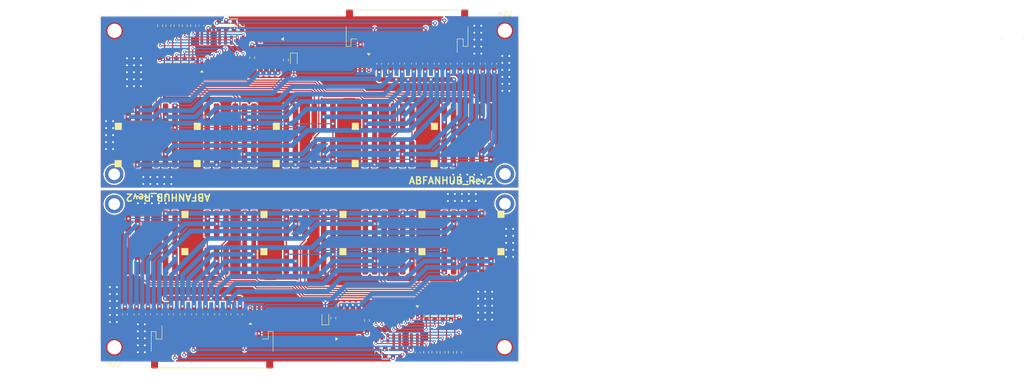
<source format=kicad_pcb>
(kicad_pcb (version 20211014) (generator pcbnew)
  (layers (0 "F.Cu" signal) (31 "B.Cu" signal) (34 "B.Paste" user) (35 "F.Paste" user) (36 "B.SilkS" user "B.Silkscreen") (37 "F.SilkS" user "F.Silkscreen") (38 "B.Mask" user) (39 "F.Mask" user) (44 "Edge.Cuts" user))
  (net 0 "")
  (net 1 "P31")
  (net 2 "P30")
  (net 3 "P33")
  (net 4 "GND")
  (net 5 "P11")
  (net 6 "P34")
  (net 7 "D+")
  (net 8 "P16")
  (net 9 "P17")
  (net 10 "V33")
  (net 11 "P32")
  (net 12 "P14")
  (net 13 "P15")
  (net 14 "+5V")
  (net 15 "G_FAN")
  (net 16 "STRIP10")
  (net 17 "STRIP9")
  (net 18 "STRIP8")
  (net 19 "STRIP7")
  (net 20 "STRIP6")
  (net 21 "STRIP5")
  (net 22 "STRIP4")
  (net 23 "STRIP3")
  (net 24 "STRIP2")
  (net 25 "STRIP1")
  (net 26 "+12VA")
  (net 27 "Net-(F1-Pad1)")
  (net 28 "Net-(F2-Pad1)")
  (net 29 "Net-(F3-Pad1)")
  (net 30 "Net-(F4-Pad1)")
  (net 31 "Net-(F5-Pad1)")
  (net 32 "Net-(F6-Pad1)")
  (net 33 "Net-(F7-Pad1)")
  (net 34 "Net-(F8-Pad1)")
  (net 35 "Net-(F9-Pad1)")
  (net 36 "Net-(F10-Pad1)")
  (net 37 "Net-(D3-Pad1)")
  (net 38 "Net-(D4-Pad1)")
  (net 39 "DM")
  (net 40 "PWM_Chasis")
  (net 41 "+12V")
  (net 42 "PWM_Out")
  (net 44 "DP")
  (net 45 "D-")
  (net 46 "PWM_Chasis_OUT")
  (footprint "PH2mm6P:JST_PH_B6B-PH-K_1x06_P2.00mm_Vertical" (layer "F.Cu") (at 167.76875 82.16 180)
    (fp_text reference "J5" hide)
    (fp_text value "Conn_01x06")
  )
  (footprint "PH2mm6P:JST_PH_B6B-PH-K_1x06_P2.00mm_Vertical" (layer "F.Cu") (at 150.81875 82.16 180)
    (fp_text reference "J6" hide)
    (fp_text value "Conn_01x06")
  )
  (footprint "PH2mm6P:JST_PH_B6B-PH-K_1x06_P2.00mm_Vertical" (layer "F.Cu") (at 133.86875 82.16 180)
    (fp_text reference "J7" hide)
    (fp_text value "Conn_01x06")
  )
  (footprint "PH2mm6P:JST_PH_B6B-PH-K_1x06_P2.00mm_Vertical" (layer "F.Cu") (at 116.91875 82.16 180)
    (fp_text reference "J8" hide)
    (fp_text value "Conn_01x06")
  )
  (footprint "PH2mm6P:JST_PH_B6B-PH-K_1x06_P2.00mm_Vertical" (layer "F.Cu") (at 99.96875 82.185 180)
    (fp_text reference "J9" hide)
    (fp_text value "Conn_01x06")
  )
  (footprint "PH2mm6P:JST_PH_B6B-PH-K_1x06_P2.00mm_Vertical" (layer "F.Cu") (at 99.99375 74.16 180)
    (fp_text reference "J10" hide)
    (fp_text value "Conn_01x06")
  )
  (footprint "PH2mm6P:JST_PH_B6B-PH-K_1x06_P2.00mm_Vertical" (layer "F.Cu") (at 116.94375 74.16 180)
    (fp_text reference "J11" hide)
    (fp_text value "Conn_01x06")
  )
  (footprint "PH2mm6P:JST_PH_B6B-PH-K_1x06_P2.00mm_Vertical" (layer "F.Cu") (at 133.89375 74.16 180)
    (fp_text reference "J12" hide)
    (fp_text value "Conn_01x06")
  )
  (footprint "PH2mm6P:JST_PH_B6B-PH-K_1x06_P2.00mm_Vertical" (layer "F.Cu") (at 150.84375 74.16 180)
    (fp_text reference "J13" hide)
    (fp_text value "Conn_01x06")
  )
  (footprint "PH2mm6P:JST_PH_B6B-PH-K_1x06_P2.00mm_Vertical" (layer "F.Cu") (at 167.79375 74.16 180)
    (fp_text reference "J14" hide)
    (fp_text value "Conn_01x06")
  )
  (footprint "Mounting_Wuerth:Mounting_Wuerth_WA-SMSI-M2_H1.5mm_9774015243" (layer "F.Cu") (at 175.84375 88.11)
    (fp_text reference "H21" hide)
    (fp_text value "MountingHole")
  )
  (footprint "Mounting_Wuerth:Mounting_Wuerth_WA-SMSI-M2_H1.5mm_9774015243" (layer "F.Cu") (at 175.81875 57.335)
    (fp_text reference "H22")
    (fp_text value "MountingHole" hide)
  )
  (footprint "Mounting_Wuerth:Mounting_Wuerth_WA-SMSI-M2_H1.5mm_9774015243" (layer "F.Cu") (at 92.09375 57.36)
    (fp_text reference "H23" hide)
    (fp_text value "MountingHole")
  )
  (footprint "Mounting_Wuerth:Mounting_Wuerth_WA-SMSI-M2_H1.5mm_9774015243" (layer "F.Cu") (at 92.01875 88.185)
    (fp_text reference "H24" hide)
    (fp_text value "MountingHole")
  )
  (footprint "Fuse:Fuse_0603_1608Metric" (layer "F.Cu") (at 148.85875 64.4275 -90)
    (fp_text reference "F11" hide)
    (fp_text value "12v -5A")
  )
  (footprint "Capacitor_SMD:C_0603_1608Metric" (layer "F.Cu") (at 112.28375 56.24 90)
    (fp_text reference "C7" hide)
    (fp_text value "106")
  )
  (footprint "Ambino Custom SIP:SOP-8_3.9x4.9mm_P1.27mm" (layer "F.Cu") (at 125.29875 61.75 -90)
    (fp_text reference "Q1" hide)
    (fp_text value "AO4468")
  )
  (footprint "Resistor_SMD:R_0603_1608Metric" (layer "F.Cu") (at 121.62875 59.97 90)
    (fp_text reference "R1" hide)
    (fp_text value "33R" hide)
  )
  (footprint "Connector_JST:JST_PH_S11B-PH-SM4-TB_1x11-1MP_P2.00mm_Horizontal" (layer "F.Cu") (at 154.83875 57.4 180)
    (fp_text reference "J1" hide)
    (fp_text value "https://item.taobao.com/item.htm?spm=a230r.1.14.26.6bd9268cVFT1zz&id=650810526680&ns=1&abbucket=4#detail")
  )
  (footprint "Fuse:Fuse_0603_1608Metric" (layer "F.Cu") (at 166.136304 64.4275 90)
    (fp_text reference "F3" hide)
    (fp_text value "5v-1.5A" hide)
  )
  (footprint "Fuse:Fuse_0603_1608Metric" (layer "F.Cu") (at 158.731638 64.4275 90)
    (fp_text reference "F9" hide)
    (fp_text value "5v-1.5A" hide)
  )
  (footprint "Fuse:Fuse_0603_1608Metric" (layer "F.Cu") (at 168.604526 64.4275 90)
    (fp_text reference "F2" hide)
    (fp_text value "5v-1.5A" hide)
  )
  (footprint "Fuse:Fuse_0603_1608Metric" (layer "F.Cu") (at 156.263416 64.4275 90)
    (fp_text reference "F8" hide)
    (fp_text value "5v-1.5A" hide)
  )
  (footprint "Fuse:Fuse_0603_1608Metric" (layer "F.Cu") (at 163.668082 64.4275 90)
    (fp_text reference "F4" hide)
    (fp_text value "5v-1.5A" hide)
  )
  (footprint "Fuse:Fuse_0603_1608Metric" (layer "F.Cu") (at 151.326972 64.4275 90)
    (fp_text reference "F6" hide)
    (fp_text value "5v-1.5A" hide)
  )
  (footprint "Fuse:Fuse_0603_1608Metric" (layer "F.Cu") (at 153.795194 64.4275 90)
    (fp_text reference "F7" hide)
    (fp_text value "5v-1.5A" hide)
  )
  (footprint "Fuse:Fuse_0603_1608Metric" (layer "F.Cu") (at 171.072748 64.4275 90)
    (fp_text reference "F10" hide)
    (fp_text value "5v-1.5A" hide)
  )
  (footprint "Fuse:Fuse_0603_1608Metric" (layer "F.Cu") (at 173.540974 64.4275 90)
    (fp_text reference "F1" hide)
    (fp_text value "5v-1.5A" hide)
  )
  (footprint "Fuse:Fuse_0603_1608Metric" (layer "F.Cu") (at 161.19986 64.4275 90)
    (fp_text reference "F5" hide)
    (fp_text value "5v-1.5A" hide)
  )
  (footprint "Resistor_SMD:R_0603_1608Metric" (layer "F.Cu") (at 103.6015 64.12 -90)
    (fp_text reference "R9" hide)
    (fp_text value "220R")
  )
  (footprint "Resistor_SMD:R_0603_1608Metric" (layer "F.Cu") (at 105.39875 56.28 90)
    (fp_text reference "R7" hide)
    (fp_text value "220R")
  )
  (footprint "Resistor_SMD:R_0603_1608Metric" (layer "F.Cu") (at 103.63375 56.28 90)
    (fp_text reference "R11" hide)
    (fp_text value "220R" hide)
  )
  (footprint "Resistor_SMD:R_0603_1608Metric" (layer "F.Cu") (at 101.84575 64.12 -90)
    (fp_text reference "R13" hide)
    (fp_text value "220R")
  )
  (footprint "Resistor_SMD:R_0603_1608Metric" (layer "F.Cu") (at 101.86875 56.28 90)
    (fp_text reference "R15" hide)
    (fp_text value "220R")
  )
  (footprint "LED_SMD:LED_0603_1608Metric" (layer "F.Cu") (at 117.70875 56.26 -90)
    (fp_text reference "D3" hide)
    (fp_text value "LED_BLUE" hide)
  )
  (footprint "LED_SMD:LED_0603_1608Metric" (layer "F.Cu") (at 130.54875 63.635 -90)
    (fp_text reference "D4" hide)
    (fp_text value "LED_GREEN" hide)
  )
  (footprint "Resistor_SMD:R_0603_1608Metric" (layer "F.Cu") (at 128.82875 63.615 -90)
    (fp_text reference "R21" hide)
    (fp_text value "1K" hide)
  )
  (footprint "Capacitor_SMD:C_0603_1608Metric" (layer "F.Cu") (at 110.73375 56.24 90)
    (fp_text reference "C6" hide)
    (fp_text value "104")
  )
  (footprint "Resistor_SMD:R_0603_1608Metric" (layer "F.Cu") (at 119.41875 56.25 90)
    (fp_text reference "R20" hide)
    (fp_text value "330R" hide)
  )
  (footprint "Resistor_SMD:R_0603_1608Metric" (layer "F.Cu") (at 105.35725 64.12 -90)
    (fp_text reference "R8" hide)
    (fp_text value "220R")
  )
  (footprint "Resistor_SMD:R_0603_1608Metric" (layer "F.Cu") (at 108.92875 56.28 90)
    (fp_text reference "R14" hide)
    (fp_text value "220R")
  )
  (footprint "Resistor_SMD:R_0603_1608Metric" (layer "F.Cu") (at 108.86875 64.12 -90)
    (fp_text reference "R16" hide)
    (fp_text value "220R")
  )
  (footprint "Resistor_SMD:R_0603_1608Metric" (layer "F.Cu") (at 107.16375 56.28 90)
    (fp_text reference "R10" hide)
    (fp_text value "220R")
  )
  (footprint "Resistor_SMD:R_0603_1608Metric" (layer "F.Cu") (at 107.113 64.12 -90)
    (fp_text reference "R12" hide)
    (fp_text value "220R")
  )
  (footprint "LED_SMD:LED_0603_1608Metric" (layer "F.Cu") (at 150.15568 126.426 90)
    (fp_text reference "D3" hide)
    (fp_text value "LED_BLUE" hide)
  )
  (footprint "Fuse:Fuse_0603_1608Metric" (layer "F.Cu") (at 104.196348 118.2585 -90)
    (fp_text reference "F4" hide)
    (fp_text value "5v-1.5A" hide)
  )
  (footprint "Resistor_SMD:R_0603_1608Metric" (layer "F.Cu") (at 165.99568 126.406 -90)
    (fp_text reference "R15" hide)
    (fp_text value "220R")
  )
  (footprint "Resistor_SMD:R_0603_1608Metric" (layer "F.Cu") (at 160.75143 118.566 90)
    (fp_text reference "R12" hide)
    (fp_text value "220R")
  )
  (footprint "Resistor_SMD:R_0603_1608Metric" (layer "F.Cu") (at 148.44568 126.436 -90)
    (fp_text reference "R20" hide)
    (fp_text value "330R" hide)
  )
  (footprint "Fuse:Fuse_0603_1608Metric" (layer "F.Cu") (at 106.66457 118.2585 -90)
    (fp_text reference "F5" hide)
    (fp_text value "5v-1.5A" hide)
  )
  (footprint "Resistor_SMD:R_0603_1608Metric" (layer "F.Cu") (at 146.23568 119.556 90)
    (fp_text reference "R2" hide)
    (fp_text value "10K")
  )
  (footprint "Connector_JST:JST_PH_S11B-PH-SM4-TB_1x11-1MP_P2.00mm_Horizontal" (layer "F.Cu") (at 113.02568 125.286)
    (fp_text reference "J1" hide)
    (fp_text value "https://item.taobao.com/item.htm?spm=a230r.1.14.26.6bd9268cVFT1zz&id=650810526680&ns=1&abbucket=4#detail")
  )
  (footprint "Package_SO:SOP-16_3.9x9.9mm_P1.27mm" (layer "F.Cu") (at 115.25375 61.86 90)
    (fp_text reference "U1" hide)
    (fp_text value "Ch552_SOP16")
  )
  (footprint "Fuse:Fuse_0603_1608Metric" (layer "F.Cu") (at 119.00568 118.2585 90)
    (fp_text reference "F11" hide)
    (fp_text value "12v -5A")
  )
  (footprint "Fuse:Fuse_0603_1608Metric" (layer "F.Cu") (at 109.132792 118.2585 -90)
    (fp_text reference "F9" hide)
    (fp_text value "5v-1.5A" hide)
  )
  (footprint "Ambino Custom SIP:SOP-8_3.9x4.9mm_P1.27mm" (layer "F.Cu") (at 142.56568 120.936 90)
    (fp_text reference "Q1" hide)
    (fp_text value "AO4468")
  )
  (footprint "Fuse:Fuse_0603_1608Metric" (layer "F.Cu") (at 96.791682 118.2585 -90)
    (fp_text reference "F10" hide)
    (fp_text value "5v-1.5A" hide)
  )
  (footprint "Ambino Custom SIP:SOT-23-5" (layer "F.Cu") (at 145.68875 64.6 -90)
    (fp_text reference "U2" hide)
    (fp_text value "SN74AHC1G125DBVR")
  )
  (footprint "Resistor_SMD:R_0603_1608Metric" (layer "F.Cu") (at 164.23068 126.406 -90)
    (fp_text reference "R11" hide)
    (fp_text value "220R" hide)
  )
  (footprint "PH2mm6P:JST_PH_B6B-PH-K_1x06_P2.00mm_Vertical" (layer "F.Cu") (at 133.99568 100.526)
    (fp_text reference "J7" hide)
    (fp_text value "Conn_01x06")
  )
  (footprint "PH2mm6P:JST_PH_B6B-PH-K_1x06_P2.00mm_Vertical" (layer "F.Cu") (at 167.89568 100.501)
    (fp_text reference "J9" hide)
    (fp_text value "Conn_01x06")
  )
  (footprint "Fuse:Fuse_0603_1608Metric" (layer "F.Cu") (at 99.259904 118.2585 -90)
    (fp_text reference "F2" hide)
    (fp_text value "5v-1.5A" hide)
  )
  (footprint "PH2mm6P:JST_PH_B6B-PH-K_1x06_P2.00mm_Vertical" (layer "F.Cu") (at 150.92068 108.526)
    (fp_text reference "J11" hide)
    (fp_text value "Conn_01x06")
  )
  (footprint "PH2mm6P:JST_PH_B6B-PH-K_1x06_P2.00mm_Vertical" (layer "F.Cu") (at 100.07068 108.526)
    (fp_text reference "J14" hide)
    (fp_text value "Conn_01x06")
  )
  (footprint "Resistor_SMD:R_0603_1608Metric" (layer "F.Cu") (at 146.23568 122.716 -90)
    (fp_text reference "R1" hide)
    (fp_text value "33R" hide)
  )
  (footprint "Resistor_SMD:R_0603_1608Metric" (layer "F.Cu") (at 164.26293 118.566 90)
    (fp_text reference "R9" hide)
    (fp_text value "220R")
  )
  (footprint "PH2mm6P:JST_PH_B6B-PH-K_1x06_P2.00mm_Vertical" (layer "F.Cu") (at 167.87068 108.526)
    (fp_text reference "J10" hide)
    (fp_text value "Conn_01x06")
  )
  (footprint "Capacitor_SMD:C_0603_1608Metric" (layer "F.Cu") (at 155.58068 126.446 -90)
    (fp_text reference "C7" hide)
    (fp_text value "106")
  )
  (footprint "Ambino Custom SIP:SOT-23-5" (layer "F.Cu") (at 122.17568 118.086 90)
    (fp_text reference "U2" hide)
    (fp_text value "SN74AHC1G125DBVR")
  )
  (footprint "Resistor_SMD:R_0603_1608Metric" (layer "F.Cu") (at 116.04175 56.26 -90)
    (fp_text reference "R18" hide)
    (fp_text value "33R")
  )
  (footprint "Package_SO:SOP-16_3.9x9.9mm_P1.27mm" (layer "F.Cu") (at 152.61068 120.826 -90)
    (fp_text reference "U1" hide)
    (fp_text value "Ch552_SOP16")
  )
  (footprint "Fuse:Fuse_0603_1608Metric" (layer "F.Cu") (at 101.728126 118.2585 -90)
    (fp_text reference "F3" hide)
    (fp_text value "5v-1.5A" hide)
  )
  (footprint "Fuse:Fuse_0603_1608Metric" (layer "F.Cu") (at 111.601014 118.2585 -90)
    (fp_text reference "F8" hide)
    (fp_text value "5v-1.5A" hide)
  )
  (footprint "Resistor_SMD:R_0603_1608Metric" (layer "F.Cu") (at 162.46568 126.406 -90)
    (fp_text reference "R7" hide)
    (fp_text value "220R")
  )
  (footprint "Fuse:Fuse_0603_1608Metric" (layer "F.Cu") (at 94.323456 118.2585 -90)
    (fp_text reference "F1" hide)
    (fp_text value "5v-1.5A" hide)
  )
  (footprint "PH2mm6P:JST_PH_B6B-PH-K_1x06_P2.00mm_Vertical" (layer "F.Cu") (at 133.97068 108.526)
    (fp_text reference "J12" hide)
    (fp_text value "Conn_01x06")
  )
  (footprint "PH2mm6P:JST_PH_B6B-PH-K_1x06_P2.00mm_Vertical" (layer "F.Cu") (at 100.09568 100.526)
    (fp_text reference "J5" hide)
    (fp_text value "Conn_01x06")
  )
  (footprint "Mounting_Wuerth:Mounting_Wuerth_WA-SMSI-M2_H1.5mm_9774015243" (layer "F.Cu") (at 92.02068 94.576 180)
    (fp_text reference "H21" hide)
    (fp_text value "MountingHole")
  )
  (footprint "Fuse:Fuse_0603_1608Metric" (layer "F.Cu") (at 114.069236 118.2585 -90)
    (fp_text reference "F7" hide)
    (fp_text value "5v-1.5A" hide)
  )
  (footprint "Mounting_Wuerth:Mounting_Wuerth_WA-SMSI-M2_H1.5mm_9774015243" (layer "F.Cu") (at 175.77068 125.326 180)
    (fp_text reference "H23" hide)
    (fp_text value "MountingHole")
  )
  (footprint "PH2mm6P:JST_PH_B6B-PH-K_1x06_P2.00mm_Vertical" (layer "F.Cu") (at 150.94568 100.526)
    (fp_text reference "J8" hide)
    (fp_text value "Conn_01x06")
  )
  (footprint "Mounting_Wuerth:Mounting_Wuerth_WA-SMSI-M2_H1.5mm_9774015243" (layer "F.Cu") (at 175.84568 94.501 180)
    (fp_text reference "H24" hide)
    (fp_text value "MountingHole")
  )
  (footprint "Resistor_SMD:R_0603_1608Metric" (layer "F.Cu") (at 153.41268 126.436 90)
    (fp_text reference "R17" hide)
    (fp_text value "33R")
  )
  (footprint "Resistor_SMD:R_0603_1608Metric" (layer "F.Cu") (at 166.01868 118.566 90)
    (fp_text reference "R13" hide)
    (fp_text value "220R")
  )
  (footprint "Resistor_SMD:R_0603_1608Metric" (layer "F.Cu") (at 114.45175 56.25 -90)
    (fp_text reference "R17" hide)
    (fp_text value "33R")
  )
  (footprint "Fuse:Fuse_0603_1608Metric" (layer "F.Cu") (at 116.537458 118.2585 -90)
    (fp_text reference "F6" hide)
    (fp_text value "5v-1.5A" hide)
  )
  (footprint "Resistor_SMD:R_0603_1608Metric" (layer "F.Cu") (at 139.03568 119.071 90)
    (fp_text reference "R21" hide)
    (fp_text value "1K" hide)
  )
  (footprint "Resistor_SMD:R_0603_1608Metric" (layer "F.Cu") (at 158.93568 126.406 -90)
    (fp_text reference "R14" hide)
    (fp_text value "220R")
  )
  (footprint "LED_SMD:LED_0603_1608Metric" (layer "F.Cu") (at 137.31568 119.051 90)
    (fp_text reference "D4" hide)
    (fp_text value "LED_GREEN" hide)
  )
  (footprint "PH2mm6P:JST_PH_B6B-PH-K_1x06_P2.00mm_Vertical" (layer "F.Cu") (at 117.04568 100.526)
    (fp_text reference "J6" hide)
    (fp_text value "Conn_01x06")
  )
  (footprint "Capacitor_SMD:C_0603_1608Metric" (layer "F.Cu") (at 157.13068 126.446 -90)
    (fp_text reference "C6" hide)
    (fp_text value "104")
  )
  (footprint "PH2mm6P:JST_PH_B6B-PH-K_1x06_P2.00mm_Vertical" (layer "F.Cu") (at 117.02068 108.526)
    (fp_text reference "J13" hide)
    (fp_text value "Conn_01x06")
  )
  (footprint "Resistor_SMD:R_0603_1608Metric" (layer "F.Cu") (at 121.62875 63.13 -90)
    (fp_text reference "R2" hide)
    (fp_text value "10K")
  )
  (footprint "Mounting_Wuerth:Mounting_Wuerth_WA-SMSI-M2_H1.5mm_9774015243" (layer "F.Cu") (at 92.04568 125.351 180)
    (fp_text reference "H22")
    (fp_text value "MountingHole" hide)
  )
  (footprint "Resistor_SMD:R_0603_1608Metric" (layer "F.Cu") (at 151.82268 126.426 90)
    (fp_text reference "R18" hide)
    (fp_text value "33R")
  )
  (footprint "Resistor_SMD:R_0603_1608Metric" (layer "F.Cu") (at 160.70068 126.406 -90)
    (fp_text reference "R10" hide)
    (fp_text value "220R")
  )
  (footprint "Resistor_SMD:R_0603_1608Metric" (layer "F.Cu") (at 158.99568 118.566 90)
    (fp_text reference "R16" hide)
    (fp_text value "220R")
  )
  (footprint "Resistor_SMD:R_0603_1608Metric" (layer "F.Cu") (at 162.50718 118.566 90)
    (fp_text reference "R8" hide)
    (fp_text value "220R")
  )
  (gr_line (start 126.44168 129.704) (end 99.77168 129.704) (layer "Edge.Cuts") (width 0.05))
  (gr_line (start 168.09275 52.982) (end 168.09275 53.998) (layer "Edge.Cuts") (width 0.05))
  (gr_curve (pts (xy 282.085051 59.27003) (xy 282.085051 59.27003) (xy 282.085051 59.27003) (xy 282.085051 59.27003)) (layer "Edge.Cuts") (width 0.2))
  (gr_line (start 99.77168 128.688) (end 88.84968 128.688) (layer "Edge.Cuts") (width 0.05))
  (gr_line (start 88.84475 53.998) (end 141.42275 53.998) (layer "Edge.Cuts") (width 0.05))
  (gr_line (start 99.77168 129.704) (end 99.77168 128.688) (layer "Edge.Cuts") (width 0.05))
  (gr_line (start 141.42275 53.998) (end 141.42275 52.982) (layer "Edge.Cuts") (width 0.05))
  (gr_line (start 126.44168 128.688) (end 126.44168 129.704) (layer "Edge.Cuts") (width 0.05))
  (gr_curve (pts (xy 287.085091 59.27003) (xy 287.085091 59.27003) (xy 287.085091 59.27003) (xy 287.085091 59.27003)) (layer "Edge.Cuts") (width 0.2))
  (gr_line (start 179.01475 53.998) (end 179.01475 54.252) (layer "Edge.Cuts") (width 0.05))
  (gr_line (start 179.01968 91.35) (end 179.01475 54.252) (layer "Edge.Cuts") (width 0.05))
  (gr_line (start 88.84968 91.35) (end 88.84475 53.998) (layer "Edge.Cuts") (width 0.05))
  (gr_line (start 179.01968 128.688) (end 126.44168 128.688) (layer "Edge.Cuts") (width 0.05))
  (gr_line (start 179.01968 91.35) (end 179.01968 128.688) (layer "Edge.Cuts") (width 0.05))
  (gr_line (start 141.42275 52.982) (end 168.09275 52.982) (layer "Edge.Cuts") (width 0.05))
  (gr_line (start 88.84968 128.688) (end 88.84968 128.434) (layer "Edge.Cuts") (width 0.05))
  (gr_line (start 88.84968 128.434) (end 88.84968 91.35) (layer "Edge.Cuts") (width 0.05))
  (gr_line (start 168.09275 53.998) (end 179.01475 53.998) (layer "Edge.Cuts") (width 0.05))
  (gr_text "ABFANHUB_Rev2" (at 164.28275 89.558) (layer "F.SilkS") (effects (font (size 1.5 1.5) (thickness 0.3))))
  (gr_text "ABFANHUB_Rev2" (at 103.58168 93.128 180) (layer "F.SilkS") (effects (font (size 1.5 1.5) (thickness 0.3))))
  (segment (start 101.86875 60.53) (end 101.86875 57.105) (width 0.25) (layer "F.Cu") (net 1))
  (segment (start 149.43568 120.426) (end 149.41568 120.446) (width 0.25) (layer "F.Cu") (net 1))
  (segment (start 101.914239 60.575489) (end 101.86875 60.53) (width 0.25) (layer "F.Cu") (net 1))
  (segment (start 165.950191 122.110511) (end 165.99568 122.156) (width 0.25) (layer "F.Cu") (net 1))
  (segment (start 149.43568 118.326) (end 149.43568 120.426) (width 0.25) (layer "F.Cu") (net 1))
  (segment (start 118.42875 62.26) (end 118.44875 62.24) (width 0.25) (layer "F.Cu") (net 1))
  (segment (start 118.42875 64.36) (end 118.42875 62.26) (width 0.25) (layer "F.Cu") (net 1))
  (segment (start 165.99568 122.156) (end 165.99568 125.581) (width 0.25) (layer "F.Cu") (net 1))
  (via (at 101.914239 60.575489) (size 0.6) (drill 0.3) (layers "F.Cu" "B.Cu") (net 1))
  (via (at 165.950191 122.110511) (size 0.6) (drill 0.3) (layers "F.Cu" "B.Cu") (net 1))
  (via (at 149.41568 120.446) (size 0.6) (drill 0.3) (layers "F.Cu" "B.Cu") (net 1))
  (via (at 118.44875 62.24) (size 0.6) (drill 0.3) (layers "F.Cu" "B.Cu") (net 1))
  (segment (start 149.41568 120.446) (end 151.080191 122.110511) (width 0.25) (layer "B.Cu") (net 1))
  (segment (start 151.080191 122.110511) (end 165.950191 122.110511) (width 0.25) (layer "B.Cu") (net 1))
  (segment (start 118.44875 62.24) (end 116.784239 60.575489) (width 0.25) (layer "B.Cu") (net 1))
  (segment (start 116.784239 60.575489) (end 101.914239 60.575489) (width 0.25) (layer "B.Cu") (net 1))
  (segment (start 148.16568 118.326) (end 148.16568 120.426) (width 0.25) (layer "F.Cu") (net 2))
  (segment (start 164.23068 122.740011) (end 164.23068 125.581) (width 0.25) (layer "F.Cu") (net 2))
  (segment (start 103.63875 59.950989) (end 103.63375 59.945989) (width 0.25) (layer "F.Cu") (net 2))
  (segment (start 103.63375 59.945989) (end 103.63375 57.105) (width 0.25) (layer "F.Cu") (net 2))
  (segment (start 119.69875 64.36) (end 119.69875 62.26) (width 0.25) (layer "F.Cu") (net 2))
  (segment (start 164.22568 122.735011) (end 164.23068 122.740011) (width 0.25) (layer "F.Cu") (net 2))
  (via (at 103.63875 59.950989) (size 0.6) (drill 0.3) (layers "F.Cu" "B.Cu") (net 2))
  (via (at 164.22568 122.735011) (size 0.6) (drill 0.3) (layers "F.Cu" "B.Cu") (net 2))
  (via (at 119.69875 62.26) (size 0.6) (drill 0.3) (layers "F.Cu" "B.Cu") (net 2))
  (via (at 148.16568 120.426) (size 0.6) (drill 0.3) (layers "F.Cu" "B.Cu") (net 2))
  (segment (start 103.649739 59.94) (end 103.63875 59.950989) (width 0.25) (layer "B.Cu") (net 2))
  (segment (start 119.69875 62.26) (end 117.37875 59.94) (width 0.25) (layer "B.Cu") (net 2))
  (segment (start 148.16568 120.426) (end 150.48568 122.746) (width 0.25) (layer "B.Cu") (net 2))
  (segment (start 117.37875 59.94) (end 103.649739 59.94) (width 0.25) (layer "B.Cu") (net 2))
  (segment (start 150.48568 122.746) (end 164.214691 122.746) (width 0.25) (layer "B.Cu") (net 2))
  (segment (start 164.214691 122.746) (end 164.22568 122.735011) (width 0.25) (layer "B.Cu") (net 2))
  (segment (start 149.43568 123.926) (end 149.43568 123.326) (width 0.25) (layer "F.Cu") (net 3))
  (segment (start 160.68568 124.056) (end 160.68568 125.566) (width 0.25) (layer "F.Cu") (net 3))
  (segment (start 107.17875 57.12) (end 107.16375 57.105) (width 0.25) (layer "F.Cu") (net 3))
  (segment (start 107.17875 58.63) (end 107.17875 57.12) (width 0.25) (layer "F.Cu") (net 3))
  (segment (start 160.68568 125.566) (end 160.70068 125.581) (width 0.25) (layer "F.Cu") (net 3))
  (segment (start 118.42875 58.76) (end 118.42875 59.36) (width 0.25) (layer "F.Cu") (net 3))
  (via (at 160.68568 124.056) (size 0.6) (drill 0.3) (layers "F.Cu" "B.Cu") (net 3))
  (via (at 149.43568 123.926) (size 0.6) (drill 0.3) (layers "F.Cu" "B.Cu") (net 3))
  (via (at 118.42875 58.76) (size 0.6) (drill 0.3) (layers "F.Cu" "B.Cu") (net 3))
  (via (at 107.17875 58.63) (size 0.6) (drill 0.3) (layers "F.Cu" "B.Cu") (net 3))
  (segment (start 118.42875 58.76) (end 118.359739 58.690989) (width 0.25) (layer "B.Cu") (net 3))
  (segment (start 149.43568 123.926) (end 149.504691 123.995011) (width 0.25) (layer "B.Cu") (net 3))
  (segment (start 160.624691 123.995011) (end 160.68568 124.056) (width 0.25) (layer "B.Cu") (net 3))
  (segment (start 118.359739 58.690989) (end 107.239739 58.690989) (width 0.25) (layer "B.Cu") (net 3))
  (segment (start 107.239739 58.690989) (end 107.17875 58.63) (width 0.25) (layer "B.Cu") (net 3))
  (segment (start 149.504691 123.995011) (end 160.624691 123.995011) (width 0.25) (layer "B.Cu") (net 3))
  (segment (start 134.93568 98.851) (end 134.96068 98.826) (width 1) (layer "F.Cu") (net 4))
  (segment (start 149.87875 75.86) (end 149.87875 83.835) (width 1) (layer "F.Cu") (net 4))
  (segment (start 101.03568 98.851) (end 101.06068 98.826) (width 1) (layer "F.Cu") (net 4))
  (segment (start 134.93568 106.826) (end 134.93568 98.851) (width 1) (layer "F.Cu") (net 4))
  (segment (start 151.88568 98.851) (end 151.91068 98.826) (width 1) (layer "F.Cu") (net 4))
  (segment (start 113.34875 56.53) (end 112.28375 55.465) (width 0.5) (layer "F.Cu") (net 4))
  (segment (start 168.83568 98.826) (end 168.86068 98.801) (width 1) (layer "F.Cu") (net 4))
  (segment (start 121.22568 120.236) (end 121.22568 119.186) (width 0.5) (layer "F.Cu") (net 4))
  (segment (start 149.87875 83.835) (end 149.85375 83.86) (width 1) (layer "F.Cu") (net 4))
  (segment (start 117.98568 98.851) (end 118.01068 98.826) (width 1) (layer "F.Cu") (net 4))
  (segment (start 132.92875 75.86) (end 132.92875 83.835) (width 1) (layer "F.Cu") (net 4))
  (segment (start 117.98568 106.826) (end 117.98568 98.851) (width 1) (layer "F.Cu") (net 4))
  (segment (start 113.34875 59.36) (end 113.34875 56.53) (width 0.5) (layer "F.Cu") (net 4))
  (segment (start 154.51568 126.156) (end 155.58068 127.221) (width 0.5) (layer "F.Cu") (net 4))
  (segment (start 112.28375 55.465) (end 110.73375 55.465) (width 0.5) (layer "F.Cu") (net 4))
  (segment (start 99.02875 83.86) (end 99.00375 83.885) (width 1) (layer "F.Cu") (net 4))
  (segment (start 115.97875 83.835) (end 115.95375 83.86) (width 1) (layer "F.Cu") (net 4))
  (segment (start 154.51568 123.326) (end 154.51568 126.156) (width 0.5) (layer "F.Cu") (net 4))
  (segment (start 155.58068 127.221) (end 157.13068 127.221) (width 0.5) (layer "F.Cu") (net 4))
  (segment (start 121.02568 120.436) (end 121.22568 120.236) (width 0.5) (layer "F.Cu") (net 4))
  (segment (start 166.82875 83.835) (end 166.80375 83.86) (width 1) (layer "F.Cu") (net 4))
  (segment (start 146.83875 60.25) (end 146.83875 62.25) (width 0.5) (layer "F.Cu") (net 4))
  (segment (start 146.63875 62.45) (end 146.63875 63.5) (width 0.5) (layer "F.Cu") (net 4))
  (segment (start 151.88568 106.826) (end 151.88568 98.851) (width 1) (layer "F.Cu") (net 4))
  (segment (start 166.82875 75.86) (end 166.82875 83.835) (width 1) (layer "F.Cu") (net 4))
  (segment (start 132.92875 83.835) (end 132.90375 83.86) (width 1) (layer "F.Cu") (net 4))
  (segment (start 146.83875 62.25) (end 146.63875 62.45) (width 0.5) (layer "F.Cu") (net 4))
  (segment (start 99.02875 75.86) (end 99.02875 83.86) (width 1) (layer "F.Cu") (net 4))
  (segment (start 168.83568 106.826) (end 168.83568 98.826) (width 1) (layer "F.Cu") (net 4))
  (segment (start 101.03568 106.826) (end 101.03568 98.851) (width 1) (layer "F.Cu") (net 4))
  (segment (start 121.02568 122.436) (end 121.02568 120.436) (width 0.5) (layer "F.Cu") (net 4))
  (segment (start 115.97875 75.86) (end 115.97875 83.835) (width 1) (layer "F.Cu") (net 4))
  (via (at 98.59568 123.416) (size 0.8) (drill 0.4) (layers "F.Cu" "B.Cu") (net 4))
  (via (at 92.59568 112.416) (size 0.8) (drill 0.4) (layers "F.Cu" "B.Cu") (net 4))
  (via (at 90.26875 82.77) (size 0.8) (drill 0.4) (layers "F.Cu" "B.Cu") (net 4))
  (via (at 171.59568 116.416) (size 0.8) (drill 0.4) (layers "F.Cu" "B.Cu") (net 4))
  (via (at 176.09568 102.916) (size 0.8) (drill 0.4) (layers "F.Cu" "B.Cu") (net 4))
  (via (at 176.76875 62.77) (size 0.8) (drill 0.4) (layers "F.Cu" "B.Cu") (net 4))
  (via (at 170.76875 89.77) (size 0.8) (drill 0.4) (layers "F.Cu" "B.Cu") (net 4))
  (via (at 176.76875 68.77) (size 0.8) (drill 0.4) (layers "F.Cu" "B.Cu") (net 4))
  (via (at 99.76875 90.27) (size 0.8) (drill 0.4) (layers "F.Cu" "B.Cu") (net 4))
  (via (at 102.76875 90.27) (size 0.8) (drill 0.4) (layers "F.Cu" "B.Cu") (net 4))
  (via (at 91.76875 78.27) (size 0.8) (drill 0.4) (layers "F.Cu" "B.Cu") (net 4))
  (via (at 94.76875 67.77) (size 0.8) (drill 0.4) (layers "F.Cu" "B.Cu") (net 4))
  (via (at 103.09568 92.916) (size 0.8) (drill 0.4) (layers "F.Cu" "B.Cu") (net 4))
  (via (at 169.26875 62.27) (size 0.8) (drill 0.4) (layers "F.Cu" "B.Cu") (net 4))
  (via (at 97.76875 69.27) (size 0.8) (drill 0.4) (layers "F.Cu" "B.Cu") (net 4))
  (via (at 92.59568 119.916) (size 0.8) (drill 0.4) (layers "F.Cu" "B.Cu") (net 4))
  (via (at 97.76875 66.27) (size 0.8) (drill 0.4) (layers "F.Cu" "B.Cu") (net 4))
  (via (at 97.09568 92.916) (size 0.8) (drill 0.4) (layers "F.Cu" "B.Cu") (net 4))
  (via (at 176.09568 101.416) (size 0.8) (drill 0.4) (layers "F.Cu" "B.Cu") (net 4))
  (via (at 166.59568 93.916) (size 0.8) (drill 0.4) (layers "F.Cu" "B.Cu") (net 4))
  (via (at 165.09568 93.916) (size 0.8) (drill 0.4) (layers "F.Cu" "B.Cu") (net 4))
  (via (at 91.09568 119.916) (size 0.8) (drill 0.4) (layers "F.Cu" "B.Cu") (net 4))
  (via (at 165.09568 92.416) (size 0.8) (drill 0.4) (layers "F.Cu" "B.Cu") (net 4))
  (via (at 97.76875 63.27) (size 0.8) (drill 0.4) (layers "F.Cu" "B.Cu") (net 4))
  (via (at 167.76875 88.27) (size 0.8) (drill 0.4) (layers "F.Cu" "B.Cu") (net 4))
  (via (at 91.09568 112.416) (size 0.8) (drill 0.4) (layers "F.Cu" "B.Cu") (net 4))
  (via (at 163.59568 93.916) (size 0.8) (drill 0.4) (layers "F.Cu" "B.Cu") (net 4))
  (via (at 91.09568 113.916) (size 0.8) (drill 0.4) (layers "F.Cu" "B.Cu") (net 4))
  (via (at 100.09568 94.416) (size 0.8) (drill 0.4) (layers "F.Cu" "B.Cu") (net 4))
  (via (at 171.59568 119.416) (size 0.8) (drill 0.4) (layers "F.Cu" "B.Cu") (net 4))
  (via (at 173.09568 117.916) (size 0.8) (drill 0.4) (layers "F.Cu" "B.Cu") (net 4))
  (via (at 170.09568 117.916) (size 0.8) (drill 0.4) (layers "F.Cu" "B.Cu") (net 4))
  (via (at 175.26875 67.27) (size 0.8) (drill 0.4) (layers "F.Cu" "B.Cu") (net 4))
  (via (at 169.59568 92.416) (size 0.8) (drill 0.4) (layers "F.Cu" "B.Cu") (net 4))
  (via (at 96.26875 66.27) (size 0.8) (drill 0.4) (layers "F.Cu" "B.Cu") (net 4))
  (via (at 102.76875 88.77) (size 0.8) (drill 0.4) (layers "F.Cu" "B.Cu") (net 4))
  (via (at 166.26875 89.77) (size 0.8) (drill 0.4) (layers "F.Cu" "B.Cu") (net 4))
  (via (at 170.09568 113.416) (size 0.8) (drill 0.4) (layers "F.Cu" "B.Cu") (net 4))
  (via (at 94.76875 69.27) (size 0.8) (drill 0.4) (layers "F.Cu" "B.Cu") (net 4))
  (via (at 175.26875 65.77) (size 0.8) (drill 0.4) (layers "F.Cu" "B.Cu") (net 4))
  (via (at 176.76875 64.27) (size 0.8) (drill 0.4) (layers "F.Cu" "B.Cu") (net 4))
  (via (at 169.59568 93.916) (size 0.8) (drill 0.4) (layers "F.Cu" "B.Cu") (net 4))
  (via (at 90.26875 81.27) (size 0.8) (drill 0.4) (layers "F.Cu" "B.Cu") (net 4))
  (via (at 176.76875 67.27) (size 0.8) (drill 0.4) (layers "F.Cu" "B.Cu") (net 4))
  (via (at 94.76875 66.27) (size 0.8) (drill 0.4) (layers "F.Cu" "B.Cu") (net 4))
  (via (at 164.76875 89.77) (size 0.8) (drill 0.4) (layers "F.Cu" "B.Cu") (net 4))
  (via (at 170.76875 56.27) (size 0.8) (drill 0.4) (layers "F.Cu" "B.Cu") (net 4))
  (via (at 98.59568 124.916) (size 0.8) (drill 0.4) (layers "F.Cu" "B.Cu") (net 4))
  (via (at 164.76875 88.27) (size 0.8) (drill 0.4) (layers "F.Cu" "B.Cu") (net 4))
  (via (at 91.76875 79.77) (size 0.8) (drill 0.4) (layers "F.Cu" "B.Cu") (net 4))
  (via (at 92.59568 116.916) (size 0.8) (drill 0.4) (layers "F.Cu" "B.Cu") (net 4))
  (via (at 171.59568 117.916) (size 0.8) (drill 0.4) (layers "F.Cu" "B.Cu") (net 4))
  (via (at 173.09568 119.416) (size 0.8) (drill 0.4) (layers "F.Cu" "B.Cu") (net 4))
  (via (at 98.26875 88.77) (size 0.8) (drill 0.4) (layers "F.Cu" "B.Cu") (net 4))
  (via (at 97.09568 120.416) (size 0.8) (drill 0.4) (layers "F.Cu" "B.Cu") (net 4))
  (via (at 90.26875 76.77) (size 0.8) (drill 0.4) (layers "F.Cu" "B.Cu") (net 4))
  (via (at 170.09568 114.916) (size 0.8) (drill 0.4) (layers "F.Cu" "B.Cu") (net 4))
  (via (at 166.59568 92.416) (size 0.8) (drill 0.4) (layers "F.Cu" "B.Cu") (net 4))
  (via (at 101.26875 90.27) (size 0.8) (drill 0.4) (layers "F.Cu" "B.Cu") (net 4))
  (via (at 97.09568 123.416) (size 0.8) (drill 0.4) (layers "F.Cu" "B.Cu") (net 4))
  (via (at 171.59568 114.916) (size 0.8) (drill 0.4) (layers "F.Cu" "B.Cu") (net 4))
  (via (at 103.09568 94.416) (size 0.8) (drill 0.4) (layers "F.Cu" "B.Cu") (net 4))
  (via (at 170.09568 119.416) (size 0.8) (drill 0.4) (layers "F.Cu" "B.Cu") (net 4))
  (via (at 170.76875 62.27) (size 0.8) (drill 0.4) (layers "F.Cu" "B.Cu") (net 4))
  (via (at 170.76875 59.27) (size 0.8) (drill 0.4) (layers "F.Cu" "B.Cu") (net 4))
  (via (at 101.59568 94.416) (size 0.8) (drill 0.4) (layers "F.Cu" "B.Cu") (net 4))
  (via (at 168.09568 93.916) (size 0.8) (drill 0.4) (layers "F.Cu" "B.Cu") (net 4))
  (via (at 170.76875 88.27) (size 0.8) (drill 0.4) (layers "F.Cu" "B.Cu") (net 4))
  (via (at 104.26875 88.77) (size 0.8) (drill 0.4) (layers "F.Cu" "B.Cu") (net 4))
  (via (at 168.09568 92.416) (size 0.8) (drill 0.4) (layers "F.Cu" "B.Cu") (net 4))
  (via (at 176.76875 70.27) (size 0.8) (drill 0.4) (layers "F.Cu" "B.Cu") (net 4))
  (via (at 170.76875 60.77) (size 0.8) (drill 0.4) (layers "F.Cu" "B.Cu") (net 4))
  (via (at 177.59568 99.916) (size 0.8) (drill 0.4) (layers "F.Cu" "B.Cu") (net 4))
  (via (at 98.59568 126.416) (size 0.8) (drill 0.4) (layers "F.Cu" "B.Cu") (net 4))
  (via (at 91.76875 81.27) (size 0.8) (drill 0.4) (layers "F.Cu" "B.Cu") (net 4))
  (via (at 171.59568 113.416) (size 0.8) (drill 0.4) (layers "F.Cu" "B.Cu") (net 4))
  (via (at 97.76875 64.77) (size 0.8) (drill 0.4) (layers "F.Cu" "B.Cu") (net 4))
  (via (at 94.76875 63.27) (size 0.8) (drill 0.4) (layers "F.Cu" "B.Cu") (net 4))
  (via (at 163.59568 92.416) (size 0.8) (drill 0.4) (layers "F.Cu" "B.Cu") (net 4))
  (via (at 169.26875 60.77) (size 0.8) (drill 0.4) (layers "F.Cu" "B.Cu") (net 4))
  (via (at 91.09568 116.916) (size 0.8) (drill 0.4) (layers "F.Cu" "B.Cu") (net 4))
  (via (at 101.59568 92.916) (size 0.8) (drill 0.4) (layers "F.Cu" "B.Cu") (net 4))
  (via (at 173.09568 114.916) (size 0.8) (drill 0.4) (layers "F.Cu" "B.Cu") (net 4))
  (via (at 175.26875 64.27) (size 0.8) (drill 0.4) (layers "F.Cu" "B.Cu") (net 4))
  (via (at 96.26875 63.27) (size 0.8) (drill 0.4) (layers "F.Cu" "B.Cu") (net 4))
  (via (at 167.76875 89.77) (size 0.8) (drill 0.4) (layers "F.Cu" "B.Cu") (net 4))
  (via (at 176.09568 104.416) (size 0.8) (drill 0.4) (layers "F.Cu" "B.Cu") (net 4))
  (via (at 177.59568 101.416) (size 0.8) (drill 0.4) (layers "F.Cu" "B.Cu") (net 4))
  (via (at 99.76875 88.77) (size 0.8) (drill 0.4) (layers "F.Cu" "B.Cu") (net 4))
  (via (at 177.59568 105.916) (size 0.8) (drill 0.4) (layers "F.Cu" "B.Cu") (net 4))
  (via (at 175.26875 68.77) (size 0.8) (drill 0.4) (layers "F.Cu" "B.Cu") (net 4))
  (via (at 170.09568 116.416) (size 0.8) (drill 0.4) (layers "F.Cu" "B.Cu") (net 4))
  (via (at 96.26875 67.77) (size 0.8) (drill 0.4) (layers "F.Cu" "B.Cu") (net 4))
  (via (at 104.26875 90.27) (size 0.8) (drill 0.4) (layers "F.Cu" "B.Cu") (net 4))
  (via (at 94.76875 64.77) (size 0.8) (drill 0.4) (layers "F.Cu" "B.Cu") (net 4))
  (via (at 98.59568 120.416) (size 0.8) (drill 0.4) (layers "F.Cu" "B.Cu") (net 4))
  (via (at 175.26875 62.77) (size 0.8) (drill 0.4) (layers "F.Cu" "B.Cu") (net 4))
  (via (at 176.09568 99.916) (size 0.8) (drill 0.4) (layers "F.Cu" "B.Cu") (net 4))
  (via (at 169.26875 56.27) (size 0.8) (drill 0.4) (layers "F.Cu" "B.Cu") (net 4))
  (via (at 91.76875 76.77) (size 0.8) (drill 0.4) (layers "F.Cu" "B.Cu") (net 4))
  (via (at 97.09568 126.416) (size 0.8) (drill 0.4) (layers "F.Cu" "B.Cu") (net 4))
  (via (at 92.59568 118.416) (size 0.8) (drill 0.4) (layers "F.Cu" "B.Cu") (net 4))
  (via (at 175.26875 70.27) (size 0.8) (drill 0.4) (layers "F.Cu" "B.Cu") (net 4))
  (via (at 96.26875 69.27) (size 0.8) (drill 0.4) (layers "F.Cu" "B.Cu") (net 4))
  (via (at 97.09568 94.416) (size 0.8) (drill 0.4) (layers "F.Cu" "B.Cu") (net 4))
  (via (at 97.09568 124.916) (size 0.8) (drill 0.4) (layers "F.Cu" "B.Cu") (net 4))
  (via (at 90.26875 78.27) (size 0.8) (drill 0.4) (layers "F.Cu" "B.Cu") (net 4))
  (via (at 97.09568 121.916) (size 0.8) (drill 0.4) (layers "F.Cu" "B.Cu") (net 4))
  (via (at 177.59568 102.916) (size 0.8) (drill 0.4) (layers "F.Cu" "B.Cu") (net 4))
  (via (at 169.26875 57.77) (size 0.8) (drill 0.4) (layers "F.Cu" "B.Cu") (net 4))
  (via (at 90.26875 79.77) (size 0.8) (drill 0.4) (layers "F.Cu" "B.Cu") (net 4))
  (via (at 166.26875 88.27) (size 0.8) (drill 0.4) (layers "F.Cu" "B.Cu") (net 4))
  (via (at 176.76875 65.77) (size 0.8) (drill 0.4) (layers "F.Cu" "B.Cu") (net 4))
  (via (at 92.59568 113.916) (size 0.8) (drill 0.4) (layers "F.Cu" "B.Cu") (net 4))
  (via (at 170.76875 57.77) (size 0.8) (drill 0.4) (layers "F.Cu" "B.Cu") (net 4))
  (via (at 97.76875 67.77) (size 0.8) (drill 0.4) (layers "F.Cu" "B.Cu") (net 4))
  (via (at 177.59568 104.416) (size 0.8) (drill 0.4) (layers "F.Cu" "B.Cu") (net 4))
  (via (at 101.26875 88.77) (size 0.8) (drill 0.4) (layers "F.Cu" "B.Cu") (net 4))
  (via (at 91.09568 115.416) (size 0.8) (drill 0.4) (layers "F.Cu" "B.Cu") (net 4))
  (via (at 173.09568 116.416) (size 0.8) (drill 0.4) (layers "F.Cu" "B.Cu") (net 4))
  (via (at 169.26875 88.27) (size 0.8) (drill 0.4) (layers "F.Cu" "B.Cu") (net 4))
  (via (at 92.59568 115.416) (size 0.8) (drill 0.4) (layers "F.Cu" "B.Cu") (net 4))
  (via (at 98.59568 121.916) (size 0.8) (drill 0.4) (layers "F.Cu" "B.Cu") (net 4))
  (via (at 100.09568 92.916) (size 0.8) (drill 0.4) (layers "F.Cu" "B.Cu") (net 4))
  (via (at 96.26875 64.77) (size 0.8) (drill 0.4) (layers "F.Cu" "B.Cu") (net 4))
  (via (at 98.59568 94.416) (size 0.8) (drill 0.4) (layers "F.Cu" "B.Cu") (net 4))
  (via (at 91.76875 82.77) (size 0.8) (drill 0.4) (layers "F.Cu" "B.Cu") (net 4))
  (via (at 91.09568 118.416) (size 0.8) (drill 0.4) (layers "F.Cu" "B.Cu") (net 4))
  (via (at 173.09568 113.416) (size 0.8) (drill 0.4) (layers "F.Cu" "B.Cu") (net 4))
  (via (at 98.59568 92.916) (size 0.8) (drill 0.4) (layers "F.Cu" "B.Cu") (net 4))
  (via (at 169.26875 59.27) (size 0.8) (drill 0.4) (layers "F.Cu" "B.Cu") (net 4))
  (via (at 169.26875 89.77) (size 0.8) (drill 0.4) (layers "F.Cu" "B.Cu") (net 4))
  (via (at 98.26875 90.27) (size 0.8) (drill 0.4) (layers "F.Cu" "B.Cu") (net 4))
  (via (at 176.09568 105.916) (size 0.8) (drill 0.4) (layers "F.Cu" "B.Cu") (net 4))
  (segment (start 148.16568 123.326) (end 148.16568 124.456) (width 0.25) (layer "F.Cu") (net 5))
  (segment (start 148.16568 124.456) (end 148.14568 124.476) (width 0.25) (layer "F.Cu") (net 5))
  (segment (start 158.91568 124.619511) (end 158.91568 125.561) (width 0.25) (layer "F.Cu") (net 5))
  (segment (start 119.69875 59.36) (end 119.69875 58.23) (width 0.25) (layer "F.Cu") (net 5))
  (segment (start 108.94875 57.125) (end 108.92875 57.105) (width 0.25) (layer "F.Cu") (net 5))
  (segment (start 119.69875 58.23) (end 119.71875 58.21) (width 0.25) (layer "F.Cu") (net 5))
  (segment (start 108.94875 58.066489) (end 108.94875 57.125) (width 0.25) (layer "F.Cu") (net 5))
  (segment (start 158.91568 125.561) (end 158.93568 125.581) (width 0.25) (layer "F.Cu") (net 5))
  (via (at 119.71875 58.21) (size 0.6) (drill 0.3) (layers "F.Cu" "B.Cu") (net 5))
  (via (at 108.94875 58.066489) (size 0.6) (drill 0.3) (layers "F.Cu" "B.Cu") (net 5))
  (via (at 158.91568 124.619511) (size 0.6) (drill 0.3) (layers "F.Cu" "B.Cu") (net 5))
  (via (at 148.14568 124.476) (size 0.6) (drill 0.3) (layers "F.Cu" "B.Cu") (net 5))
  (segment (start 109.01775 58.135489) (end 108.94875 58.066489) (width 0.25) (layer "B.Cu") (net 5))
  (segment (start 119.71875 58.21) (end 119.644239 58.135489) (width 0.25) (layer "B.Cu") (net 5))
  (segment (start 158.84668 124.550511) (end 158.91568 124.619511) (width 0.25) (layer "B.Cu") (net 5))
  (segment (start 148.14568 124.476) (end 148.220191 124.550511) (width 0.25) (layer "B.Cu") (net 5))
  (segment (start 148.220191 124.550511) (end 158.84668 124.550511) (width 0.25) (layer "B.Cu") (net 5))
  (segment (start 119.644239 58.135489) (end 109.01775 58.135489) (width 0.25) (layer "B.Cu") (net 5))
  (segment (start 162.45568 125.571) (end 162.46568 125.581) (width 0.25) (layer "F.Cu") (net 6))
  (segment (start 150.70568 123.326) (end 150.70568 123.3705) (width 0.25) (layer "F.Cu") (net 6))
  (segment (start 117.15875 59.36) (end 117.15875 59.3155) (width 0.25) (layer "F.Cu") (net 6))
  (segment (start 105.40875 59.3155) (end 105.40875 57.115) (width 0.25) (layer "F.Cu") (net 6))
  (segment (start 162.45568 123.3705) (end 162.45568 125.571) (width 0.25) (layer "F.Cu") (net 6))
  (segment (start 105.40875 57.115) (end 105.39875 57.105) (width 0.25) (layer "F.Cu") (net 6))
  (via (at 150.70568 123.3705) (size 0.6) (drill 0.3) (layers "F.Cu" "B.Cu") (net 6))
  (via (at 105.40875 59.3155) (size 0.6) (drill 0.3) (layers "F.Cu" "B.Cu") (net 6))
  (via (at 162.45568 123.3705) (size 0.6) (drill 0.3) (layers "F.Cu" "B.Cu") (net 6))
  (via (at 117.15875 59.3155) (size 0.6) (drill 0.3) (layers "F.Cu" "B.Cu") (net 6))
  (segment (start 117.15875 59.3155) (end 105.40875 59.3155) (width 0.25) (layer "B.Cu") (net 6))
  (segment (start 150.70568 123.3705) (end 162.45568 123.3705) (width 0.25) (layer "B.Cu") (net 6))
  (segment (start 151.97568 125.448) (end 151.82268 125.601) (width 0.5) (layer "F.Cu") (net 7))
  (segment (start 151.97568 123.326) (end 151.97568 125.448) (width 0.5) (layer "F.Cu") (net 7))
  (segment (start 115.88875 59.36) (end 115.88875 57.238) (width 0.5) (layer "F.Cu") (net 7))
  (segment (start 115.88875 57.238) (end 116.04175 57.085) (width 0.5) (layer "F.Cu") (net 7))
  (segment (start 107.11875 63.28925) (end 107.113 63.295) (width 0.25) (layer "F.Cu") (net 8))
  (segment (start 160.74568 120.775011) (end 160.74568 119.39675) (width 0.25) (layer "F.Cu") (net 8))
  (segment (start 107.11875 61.910989) (end 107.11875 63.28925) (width 0.25) (layer "F.Cu") (net 8))
  (segment (start 160.74568 119.39675) (end 160.75143 119.391) (width 0.25) (layer "F.Cu") (net 8))
  (segment (start 153.24568 118.326) (end 153.24568 120.776) (width 0.25) (layer "F.Cu") (net 8))
  (segment (start 153.24568 120.776) (end 153.25568 120.786) (width 0.25) (layer "F.Cu") (net 8))
  (segment (start 114.61875 64.36) (end 114.61875 61.91) (width 0.25) (layer "F.Cu") (net 8))
  (segment (start 114.61875 61.91) (end 114.60875 61.9) (width 0.25) (layer "F.Cu") (net 8))
  (via (at 160.74568 120.775011) (size 0.6) (drill 0.3) (layers "F.Cu" "B.Cu") (net 8))
  (via (at 114.60875 61.9) (size 0.6) (drill 0.3) (layers "F.Cu" "B.Cu") (net 8))
  (via (at 107.11875 61.910989) (size 0.6) (drill 0.3) (layers "F.Cu" "B.Cu") (net 8))
  (via (at 153.25568 120.786) (size 0.6) (drill 0.3) (layers "F.Cu" "B.Cu") (net 8))
  (segment (start 160.74018 120.780511) (end 160.74568 120.775011) (width 0.25) (layer "B.Cu") (net 8))
  (segment (start 153.25568 120.786) (end 153.261169 120.780511) (width 0.25) (layer "B.Cu") (net 8))
  (segment (start 153.261169 120.780511) (end 160.74018 120.780511) (width 0.25) (layer "B.Cu") (net 8))
  (segment (start 114.603261 61.905489) (end 107.12425 61.905489) (width 0.25) (layer "B.Cu") (net 8))
  (segment (start 107.12425 61.905489) (end 107.11875 61.910989) (width 0.25) (layer "B.Cu") (net 8))
  (segment (start 114.60875 61.9) (end 114.603261 61.905489) (width 0.25) (layer "B.Cu") (net 8))
  (segment (start 151.97568 118.326) (end 151.97568 121.466) (width 0.25) (layer "F.Cu") (net 9))
  (segment (start 158.98568 119.401) (end 158.99568 119.391) (width 0.25) (layer "F.Cu") (net 9))
  (segment (start 108.87875 61.2) (end 108.87875 63.285) (width 0.25) (layer "F.Cu") (net 9))
  (segment (start 115.88875 64.36) (end 115.88875 61.22) (width 0.25) (layer "F.Cu") (net 9))
  (segment (start 115.88875 61.22) (end 115.87875 61.21) (width 0.25) (layer "F.Cu") (net 9))
  (segment (start 151.97568 121.466) (end 151.98568 121.476) (width 0.25) (layer "F.Cu") (net 9))
  (segment (start 108.87875 63.285) (end 108.86875 63.295) (width 0.25) (layer "F.Cu") (net 9))
  (segment (start 158.98568 121.486) (end 158.98568 119.401) (width 0.25) (layer "F.Cu") (net 9))
  (via (at 115.87875 61.21) (size 0.6) (drill 0.3) (layers "F.Cu" "B.Cu") (net 9))
  (via (at 108.87875 61.2) (size 0.6) (drill 0.3) (layers "F.Cu" "B.Cu") (net 9))
  (via (at 158.98568 121.486) (size 0.6) (drill 0.3) (layers "F.Cu" "B.Cu") (net 9))
  (via (at 151.98568 121.476) (size 0.6) (drill 0.3) (layers "F.Cu" "B.Cu") (net 9))
  (segment (start 158.97568 121.476) (end 158.98568 121.486) (width 0.25) (layer "B.Cu") (net 9))
  (segment (start 108.88875 61.21) (end 108.87875 61.2) (width 0.25) (layer "B.Cu") (net 9))
  (segment (start 115.87875 61.21) (end 108.88875 61.21) (width 0.25) (layer "B.Cu") (net 9))
  (segment (start 151.98568 121.476) (end 158.97568 121.476) (width 0.25) (layer "B.Cu") (net 9))
  (segment (start 110.80875 57.09) (end 110.73375 57.015) (width 0.5) (layer "F.Cu") (net 10))
  (segment (start 157.05568 125.596) (end 157.13068 125.671) (width 0.5) (layer "F.Cu") (net 10))
  (segment (start 157.05568 123.326) (end 157.05568 125.596) (width 0.5) (layer "F.Cu") (net 10))
  (segment (start 110.80875 59.36) (end 110.80875 57.09) (width 0.5) (layer "F.Cu") (net 10))
  (segment (start 101.83875 63.77) (end 101.84575 63.763) (width 0.25) (layer "F.Cu") (net 11))
  (segment (start 101.84575 63.763) (end 101.84575 63.295) (width 0.25) (layer "F.Cu") (net 11))
  (segment (start 166.00568 119.404) (end 166.01868 119.391) (width 0.25) (layer "F.Cu") (net 11))
  (segment (start 166.01868 118.923) (end 166.01868 119.391) (width 0.25) (layer "F.Cu") (net 11))
  (segment (start 110.80875 64.36) (end 110.80875 63.7945) (width 0.25) (layer "F.Cu") (net 11))
  (segment (start 166.02568 118.916) (end 166.01868 118.923) (width 0.25) (layer "F.Cu") (net 11))
  (segment (start 110.80875 63.7945) (end 110.81875 63.7845) (width 0.25) (layer "F.Cu") (net 11))
  (segment (start 101.85875 63.282) (end 101.84575 63.295) (width 0.25) (layer "F.Cu") (net 11))
  (segment (start 157.05568 118.326) (end 157.05568 118.8915) (width 0.25) (layer "F.Cu") (net 11))
  (segment (start 157.05568 118.8915) (end 157.04568 118.9015) (width 0.25) (layer "F.Cu") (net 11))
  (via (at 110.81875 63.7845) (size 0.6) (drill 0.3) (layers "F.Cu" "B.Cu") (net 11))
  (via (at 166.02568 118.916) (size 0.6) (drill 0.3) (layers "F.Cu" "B.Cu") (net 11))
  (via (at 101.83875 63.77) (size 0.6) (drill 0.3) (layers "F.Cu" "B.Cu") (net 11))
  (via (at 157.04568 118.9015) (size 0.6) (drill 0.3) (layers "F.Cu" "B.Cu") (net 11))
  (segment (start 101.84875 63.78) (end 103.345557 63.78) (width 0.25) (layer "B.Cu") (net 11))
  (segment (start 166.01568 118.906) (end 164.518873 118.906) (width 0.25) (layer "B.Cu") (net 11))
  (segment (start 103.867432 63.784511) (end 103.871943 63.78) (width 0.25) (layer "B.Cu") (net 11))
  (segment (start 103.350068 63.784511) (end 103.867432 63.784511) (width 0.25) (layer "B.Cu") (net 11))
  (segment (start 166.02568 118.916) (end 166.01568 118.906) (width 0.25) (layer "B.Cu") (net 11))
  (segment (start 164.514362 118.901489) (end 163.996998 118.901489) (width 0.25) (layer "B.Cu") (net 11))
  (segment (start 157.05018 118.906) (end 157.04568 118.9015) (width 0.25) (layer "B.Cu") (net 11))
  (segment (start 110.81425 63.78) (end 110.81875 63.7845) (width 0.25) (layer "B.Cu") (net 11))
  (segment (start 101.83875 63.77) (end 101.84875 63.78) (width 0.25) (layer "B.Cu") (net 11))
  (segment (start 163.996998 118.901489) (end 163.992487 118.906) (width 0.25) (layer "B.Cu") (net 11))
  (segment (start 103.345557 63.78) (end 103.350068 63.784511) (width 0.25) (layer "B.Cu") (net 11))
  (segment (start 103.871943 63.78) (end 110.81425 63.78) (width 0.25) (layer "B.Cu") (net 11))
  (segment (start 164.518873 118.906) (end 164.514362 118.901489) (width 0.25) (layer "B.Cu") (net 11))
  (segment (start 163.992487 118.906) (end 157.05018 118.906) (width 0.25) (layer "B.Cu") (net 11))
  (segment (start 164.28568 119.41375) (end 164.26293 119.391) (width 0.25) (layer "F.Cu") (net 12))
  (segment (start 155.78568 119.516) (end 155.79568 119.526) (width 0.25) (layer "F.Cu") (net 12))
  (segment (start 164.25568 119.39825) (end 164.26293 119.391) (width 0.25) (layer "F.Cu") (net 12))
  (segment (start 103.60875 63.16) (end 103.60875 63.28775) (width 0.25) (layer "F.Cu") (net 12))
  (segment (start 112.07875 63.17) (end 112.06875 63.16) (width 0.25) (layer "F.Cu") (net 12))
  (segment (start 155.78568 118.326) (end 155.78568 119.516) (width 0.25) (layer "F.Cu") (net 12))
  (segment (start 112.07875 64.36) (end 112.07875 63.17) (width 0.25) (layer "F.Cu") (net 12))
  (segment (start 103.60875 63.28775) (end 103.6015 63.295) (width 0.25) (layer "F.Cu") (net 12))
  (segment (start 164.25568 119.526) (end 164.25568 119.39825) (width 0.25) (layer "F.Cu") (net 12))
  (segment (start 103.57875 63.27225) (end 103.6015 63.295) (width 0.25) (layer "F.Cu") (net 12))
  (via (at 164.25568 119.526) (size 0.6) (drill 0.3) (layers "F.Cu" "B.Cu") (net 12))
  (via (at 112.06875 63.16) (size 0.6) (drill 0.3) (layers "F.Cu" "B.Cu") (net 12))
  (via (at 103.60875 63.16) (size 0.6) (drill 0.3) (layers "F.Cu" "B.Cu") (net 12))
  (via (at 155.79568 119.526) (size 0.6) (drill 0.3) (layers "F.Cu" "B.Cu") (net 12))
  (segment (start 112.06875 63.16) (end 103.60875 63.16) (width 0.25) (layer "B.Cu") (net 12))
  (segment (start 155.79568 119.526) (end 164.25568 119.526) (width 0.25) (layer "B.Cu") (net 12))
  (segment (start 162.45568 120.1505) (end 162.45568 119.4425) (width 0.25) (layer "F.Cu") (net 13))
  (segment (start 162.45568 119.4425) (end 162.50718 119.391) (width 0.25) (layer "F.Cu") (net 13))
  (segment (start 113.34875 64.36) (end 113.34875 62.53) (width 0.25) (layer "F.Cu") (net 13))
  (segment (start 105.40875 63.2435) (end 105.35725 63.295) (width 0.25) (layer "F.Cu") (net 13))
  (segment (start 105.40875 62.5355) (end 105.40875 63.2435) (width 0.25) (layer "F.Cu") (net 13))
  (segment (start 154.51568 118.326) (end 154.51568 120.156) (width 0.25) (layer "F.Cu") (net 13))
  (via (at 154.51568 120.156) (size 0.6) (drill 0.3) (layers "F.Cu" "B.Cu") (net 13))
  (via (at 162.45568 120.1505) (size 0.6) (drill 0.3) (layers "F.Cu" "B.Cu") (net 13))
  (via (at 113.34875 62.53) (size 0.6) (drill 0.3) (layers "F.Cu" "B.Cu") (net 13))
  (via (at 105.40875 62.5355) (size 0.6) (drill 0.3) (layers "F.Cu" "B.Cu") (net 13))
  (segment (start 154.521169 120.150511) (end 162.455669 120.150511) (width 0.25) (layer "B.Cu") (net 13))
  (segment (start 162.455669 120.150511) (end 162.45568 120.1505) (width 0.25) (layer "B.Cu") (net 13))
  (segment (start 113.34875 62.53) (end 113.343261 62.535489) (width 0.25) (layer "B.Cu") (net 13))
  (segment (start 113.343261 62.535489) (end 105.408761 62.535489) (width 0.25) (layer "B.Cu") (net 13))
  (segment (start 105.408761 62.535489) (end 105.40875 62.5355) (width 0.25) (layer "B.Cu") (net 13))
  (segment (start 154.51568 120.156) (end 154.521169 120.150511) (width 0.25) (layer "B.Cu") (net 13))
  (segment (start 111.16568 119.046) (end 94.323456 119.046) (width 1) (layer "F.Cu") (net 14))
  (segment (start 123.12568 116.986) (end 123.12568 117.726) (width 0.25) (layer "F.Cu") (net 14))
  (segment (start 158.82875 56.78) (end 158.83875 56.79) (width 0.5) (layer "F.Cu") (net 14))
  (segment (start 158.83875 63.532888) (end 158.731638 63.64) (width 0.5) (layer "F.Cu") (net 14))
  (segment (start 109.02568 122.436) (end 109.02568 119.153112) (width 1) (layer "F.Cu") (net 14))
  (segment (start 111.02568 122.436) (end 111.02568 119.186) (width 1) (layer "F.Cu") (net 14))
  (segment (start 122.87568 117.976) (end 120.39568 117.976) (width 0.25) (layer "F.Cu") (net 14))
  (segment (start 155.78568 125.466) (end 155.58068 125.671) (width 0.5) (layer "F.Cu") (net 14))
  (segment (start 120.39568 117.976) (end 119.97568 118.396) (width 0.25) (layer "F.Cu") (net 14))
  (segment (start 112.07875 59.36) (end 112.07875 57.22) (width 0.5) (layer "F.Cu") (net 14))
  (segment (start 156.69875 63.64) (end 173.540974 63.64) (width 1) (layer "F.Cu") (net 14))
  (segment (start 109.03568 125.906) (end 109.02568 125.896) (width 0.5) (layer "F.Cu") (net 14))
  (segment (start 147.46875 64.71) (end 147.88875 64.29) (width 0.25) (layer "F.Cu") (net 14))
  (segment (start 144.73875 64.96) (end 144.98875 64.71) (width 0.25) (layer "F.Cu") (net 14))
  (segment (start 112.07875 57.22) (end 112.28375 57.015) (width 0.5) (layer "F.Cu") (net 14))
  (segment (start 158.83875 60.25) (end 158.83875 63.532888) (width 1) (layer "F.Cu") (net 14))
  (segment (start 156.83875 63.5) (end 156.69875 63.64) (width 1) (layer "F.Cu") (net 14))
  (segment (start 155.64568 125.736) (end 155.58068 125.671) (width 0.5) (layer "F.Cu") (net 14))
  (segment (start 155.78568 123.326) (end 155.78568 125.466) (width 0.5) (layer "F.Cu") (net 14))
  (segment (start 116.537458 119.046) (end 111.16568 119.046) (width 1) (layer "F.Cu") (net 14))
  (segment (start 112.21875 56.77) (end 112.21875 56.95) (width 0.5) (layer "F.Cu") (net 14))
  (segment (start 109.02568 125.896) (end 109.02568 122.436) (width 0.5) (layer "F.Cu") (net 14))
  (segment (start 144.73875 65.7) (end 144.73875 64.96) (width 0.25) (layer "F.Cu") (net 14))
  (segment (start 147.88875 64.29) (end 147.88875 56.78) (width 0.25) (layer "F.Cu") (net 14))
  (segment (start 144.98875 64.71) (end 147.46875 64.71) (width 0.25) (layer "F.Cu") (net 14))
  (segment (start 111.02568 119.186) (end 111.16568 119.046) (width 1) (layer "F.Cu") (net 14))
  (segment (start 151.326972 63.64) (end 156.69875 63.64) (width 1) (layer "F.Cu") (net 14))
  (segment (start 158.83875 56.79) (end 158.83875 60.25) (width 0.5) (layer "F.Cu") (net 14))
  (segment (start 112.21875 56.95) (end 112.28375 57.015) (width 0.5) (layer "F.Cu") (net 14))
  (segment (start 109.02568 119.153112) (end 109.132792 119.046) (width 0.5) (layer "F.Cu") (net 14))
  (segment (start 156.83875 60.25) (end 156.83875 63.5) (width 1) (layer "F.Cu") (net 14))
  (segment (start 155.64568 125.916) (end 155.64568 125.736) (width 0.5) (layer "F.Cu") (net 14))
  (segment (start 119.97568 118.396) (end 119.97568 125.906) (width 0.25) (layer "F.Cu") (net 14))
  (segment (start 123.12568 117.726) (end 122.87568 117.976) (width 0.25) (layer "F.Cu") (net 14))
  (via (at 109.03568 125.906) (size 0.8) (drill 0.4) (layers "F.Cu" "B.Cu") (net 14))
  (via (at 119.97568 125.906) (size 0.6) (drill 0.3) (layers "F.Cu" "B.Cu") (net 14))
  (via (at 112.21875 56.77) (size 0.8) (drill 0.4) (layers "F.Cu" "B.Cu") (net 14))
  (via (at 158.82875 56.78) (size 0.8) (drill 0.4) (layers "F.Cu" "B.Cu") (net 14))
  (via (at 147.88875 56.78) (size 0.6) (drill 0.3) (layers "F.Cu" "B.Cu") (net 14))
  (via (at 117.82875 56.78) (size 0.6) (drill 0.3) (layers "F.Cu" "B.Cu") (net 14))
  (via (at 155.64568 125.916) (size 0.8) (drill 0.4) (layers "F.Cu" "B.Cu") (net 14))
  (via (at 150.03568 125.906) (size 0.6) (drill 0.3) (layers "F.Cu" "B.Cu") (net 14))
  (segment (start 158.82875 56.78) (end 148.97875 56.78) (width 0.5) (layer "B.Cu") (net 14))
  (segment (start 112.22875 56.78) (end 112.21875 56.77) (width 0.5) (layer "B.Cu") (net 14))
  (segment (start 119.97568 125.906) (end 118.88568 125.906) (width 0.25) (layer "B.Cu") (net 14))
  (segment (start 150.03568 125.906) (end 155.63568 125.906) (width 0.5) (layer "B.Cu") (net 14))
  (segment (start 118.88568 125.906) (end 150.03568 125.906) (width 0.5) (layer "B.Cu") (net 14))
  (segment (start 155.63568 125.906) (end 155.64568 125.916) (width 0.5) (layer "B.Cu") (net 14))
  (segment (start 109.03568 125.906) (end 118.88568 125.906) (width 0.5) (layer "B.Cu") (net 14))
  (segment (start 117.82875 56.78) (end 112.22875 56.78) (width 0.5) (layer "B.Cu") (net 14))
  (segment (start 147.88875 56.78) (end 148.97875 56.78) (width 0.25) (layer "B.Cu") (net 14))
  (segment (start 148.97875 56.78) (end 117.82875 56.78) (width 0.5) (layer "B.Cu") (net 14))
  (segment (start 127.26875 64.44) (end 127.20375 64.375) (width 1) (layer "F.Cu") (net 15))
  (segment (start 125.93375 64.375) (end 125.93375 66.395) (width 1) (layer "F.Cu") (net 15))
  (segment (start 139.03568 118.246) (end 140.59568 118.246) (width 1) (layer "F.Cu") (net 15))
  (segment (start 140.66068 118.311) (end 140.66068 116.311) (width 1) (layer "F.Cu") (net 15))
  (segment (start 97.02375 83.86) (end 96.99875 83.885) (width 1) (layer "F.Cu") (net 15))
  (segment (start 103.04068 98.851) (end 103.06568 98.826) (width 1) (layer "F.Cu") (net 15))
  (segment (start 164.78875 83.87) (end 164.79875 83.86) (width 1) (layer "F.Cu") (net 15))
  (segment (start 96.99875 86.11) (end 96.98875 86.12) (width 1) (layer "F.Cu") (net 15))
  (segment (start 140.66068 116.311) (end 140.72568 116.246) (width 1) (layer "F.Cu") (net 15))
  (segment (start 113.97375 83.835) (end 113.94875 83.86) (width 1) (layer "F.Cu") (net 15))
  (segment (start 97.02375 75.86) (end 97.02375 83.86) (width 1) (layer "F.Cu") (net 15))
  (segment (start 153.89068 98.851) (end 153.91568 98.826) (width 1) (layer "F.Cu") (net 15))
  (segment (start 97.02375 75.86) (end 97.02375 74.385) (width 1) (layer "F.Cu") (net 15))
  (segment (start 124.66375 64.375) (end 124.66375 66.425) (width 1) (layer "F.Cu") (net 15))
  (segment (start 124.66375 66.425) (end 124.65875 66.43) (width 1) (layer "F.Cu") (net 15))
  (segment (start 103.07568 98.816) (end 103.06568 98.826) (width 1) (layer "F.Cu") (net 15))
  (segment (start 144.47068 118.311) (end 144.47068 116.261) (width 1) (layer "F.Cu") (net 15))
  (segment (start 103.04068 106.826) (end 103.04068 98.851) (width 1) (layer "F.Cu") (net 15))
  (segment (start 140.59568 118.246) (end 140.66068 118.311) (width 1) (layer "F.Cu") (net 15))
  (segment (start 170.84068 106.826) (end 170.84068 108.301) (width 1) (layer "F.Cu") (net 15))
  (segment (start 136.94068 98.851) (end 136.96568 98.826) (width 1) (layer "F.Cu") (net 15))
  (segment (start 143.20068 116.261) (end 143.20568 116.256) (width 1) (layer "F.Cu") (net 15))
  (segment (start 170.84068 98.826) (end 170.86568 98.801) (width 1) (layer "F.Cu") (net 15))
  (segment (start 103.07568 96.596) (end 103.07568 98.816) (width 1) (layer "F.Cu") (net 15))
  (segment (start 127.20375 64.375) (end 127.20375 66.375) (width 1) (layer "F.Cu") (net 15))
  (segment (start 170.86568 96.576) (end 170.87568 96.566) (width 1) (layer "F.Cu") (net 15))
  (segment (start 119.99068 106.826) (end 119.99068 98.851) (width 1) (layer "F.Cu") (net 15))
  (segment (start 125.93375 66.395) (end 125.89875 66.43) (width 1) (layer "F.Cu") (net 15))
  (segment (start 123.39375 64.375) (end 123.39375 66.425) (width 1) (layer "F.Cu") (net 15))
  (segment (start 144.47068 116.261) (end 144.46568 116.256) (width 1) (layer "F.Cu") (net 15))
  (segment (start 96.99875 83.885) (end 96.99875 86.11) (width 1) (layer "F.Cu") (net 15))
  (segment (start 130.92375 83.835) (end 130.89875 83.86) (width 1) (layer "F.Cu") (net 15))
  (segment (start 128.82875 64.44) (end 127.26875 64.44) (width 1) (layer "F.Cu") (net 15))
  (segment (start 127.20375 66.375) (end 127.13875 66.44) (width 1) (layer "F.Cu") (net 15))
  (segment (start 147.87375 75.86) (end 147.87375 83.835) (width 1) (layer "F.Cu") (net 15))
  (segment (start 164.78875 86.09) (end 164.78875 83.87) (width 1) (layer "F.Cu") (net 15))
  (segment (start 123.39375 66.425) (end 123.39875 66.43) (width 1) (layer "F.Cu") (net 15))
  (segment (start 119.99068 98.851) (end 120.01568 98.826) (width 1) (layer "F.Cu") (net 15))
  (segment (start 164.82375 83.835) (end 164.79875 83.86) (width 1) (layer "F.Cu") (net 15))
  (segment (start 170.84068 108.301) (end 170.82568 108.316) (width 1) (layer "F.Cu") (net 15))
  (segment (start 141.93068 116.291) (end 141.96568 116.256) (width 1) (layer "F.Cu") (net 15))
  (segment (start 147.87375 83.835) (end 147.84875 83.86) (width 1) (layer "F.Cu") (net 15))
  (segment (start 113.97375 75.86) (end 113.97375 83.835) (width 1) (layer "F.Cu") (net 15))
  (segment (start 170.86568 98.801) (end 170.86568 96.576) (width 1) (layer "F.Cu") (net 15))
  (segment (start 153.89068 106.826) (end 153.89068 98.851) (width 1) (layer "F.Cu") (net 15))
  (segment (start 143.20068 118.311) (end 143.20068 116.261) (width 1) (layer "F.Cu") (net 15))
  (segment (start 130.92375 75.86) (end 130.92375 83.835) (width 1) (layer "F.Cu") (net 15))
  (segment (start 136.94068 106.826) (end 136.94068 98.851) (width 1) (layer "F.Cu") (net 15))
  (segment (start 170.84068 106.826) (end 170.84068 98.826) (width 1) (layer "F.Cu") (net 15))
  (segment (start 97.02375 74.385) (end 97.03875 74.37) (width 1) (layer "F.Cu") (net 15))
  (segment (start 164.82375 75.86) (end 164.82375 83.835) (width 1) (layer "F.Cu") (net 15))
  (segment (start 141.93068 118.311) (end 141.93068 116.291) (width 1) (layer "F.Cu") (net 15))
  (via (at 97.03875 74.37) (size 0.8) (drill 0.4) (layers "F.Cu" "B.Cu") (net 15))
  (via (at 113.96875 86.12) (size 0.8) (drill 0.4) (layers "F.Cu" "B.Cu") (net 15))
  (via (at 96.98875 86.12) (size 0.8) (drill 0.4) (layers "F.Cu" "B.Cu") (net 15))
  (via (at 123.39875 66.43) (size 0.8) (drill 0.4) (layers "F.Cu" "B.Cu") (net 15))
  (via (at 130.90875 86.12) (size 0.8) (drill 0.4) (layers "F.Cu" "B.Cu") (net 15))
  (via (at 125.89875 66.43) (size 0.8) (drill 0.4) (layers "F.Cu" "B.Cu") (net 15))
  (via (at 136.95568 96.566) (size 0.8) (drill 0.4) (layers "F.Cu" "B.Cu") (net 15))
  (via (at 124.65875 66.43) (size 0.8) (drill 0.4) (layers "F.Cu" "B.Cu") (net 15))
  (via (at 147.84875 86.12) (size 0.8) (drill 0.4) (layers "F.Cu" "B.Cu") (net 15))
  (via (at 164.78875 86.09) (size 0.8) (drill 0.4) (layers "F.Cu" "B.Cu") (net 15))
  (via (at 153.89568 96.566) (size 0.8) (drill 0.4) (layers "F.Cu" "B.Cu") (net 15))
  (via (at 170.87568 96.566) (size 0.8) (drill 0.4) (layers "F.Cu" "B.Cu") (net 15))
  (via (at 143.20568 116.256) (size 0.8) (drill 0.4) (layers "F.Cu" "B.Cu") (net 15))
  (via (at 103.07568 96.596) (size 0.8) (drill 0.4) (layers "F.Cu" "B.Cu") (net 15))
  (via (at 140.72568 116.246) (size 0.8) (drill 0.4) (layers "F.Cu" "B.Cu") (net 15))
  (via (at 141.96568 116.256) (size 0.8) (drill 0.4) (layers "F.Cu" "B.Cu") (net 15))
  (via (at 120.01568 96.566) (size 0.8) (drill 0.4) (layers "F.Cu" "B.Cu") (net 15))
  (via (at 170.82568 108.316) (size 0.8) (drill 0.4) (layers "F.Cu" "B.Cu") (net 15))
  (via (at 144.46568 116.256) (size 0.8) (drill 0.4) (layers "F.Cu" "B.Cu") (net 15))
  (via (at 127.13875 66.44) (size 0.8) (drill 0.4) (layers "F.Cu" "B.Cu") (net 15))
  (segment (start 170.87568 96.566) (end 153.89568 96.566) (width 1) (layer "B.Cu") (net 15))
  (segment (start 122.94875 66.44) (end 127.13875 66.44) (width 1) (layer "B.Cu") (net 15))
  (segment (start 123.39875 66.43) (end 124.65875 66.43) (width 0.5) (layer "B.Cu") (net 15))
  (segment (start 159.636669 110.385011) (end 156.10568 113.916) (width 1) (layer "B.Cu") (net 15))
  (segment (start 144.91568 116.246) (end 140.72568 116.246) (width 1) (layer "B.Cu") (net 15))
  (segment (start 103.10568 96.566) (end 103.07568 96.596) (width 1) (layer "B.Cu") (net 15))
  (segment (start 102.097761 72.300989) (end 108.227761 72.300989) (width 1) (layer "B.Cu") (net 15))
  (segment (start 125.89875 66.43) (end 127.12875 66.43) (width 1) (layer "B.Cu") (net 15))
  (segment (start 164.75875 86.12) (end 164.78875 86.09) (width 1) (layer "B.Cu") (net 15))
  (segment (start 143.20568 116.256) (end 141.96568 116.256) (width 1) (layer "B.Cu") (net 15))
  (segment (start 97.06875 74.4) (end 99.99875 74.4) (width 1) (layer "B.Cu") (net 15))
  (segment (start 120.61875 68.77) (end 122.94875 66.44) (width 1) (layer "B.Cu") (net 15))
  (segment (start 113.96875 86.12) (end 130.90875 86.12) (width 1) (layer "B.Cu") (net 15))
  (segment (start 141.96568 116.256) (end 140.73568 116.256) (width 1) (layer "B.Cu") (net 15))
  (segment (start 170.79568 108.286) (end 167.86568 108.286) (width 1) (layer "B.Cu") (net 15))
  (segment (start 108.227761 72.300989) (end 111.75875 68.77) (width 1) (layer "B.Cu") (net 15))
  (segment (start 170.82568 108.316) (end 170.79568 108.286) (width 1) (layer "B.Cu") (net 15))
  (segment (start 124.65875 66.43) (end 125.89875 66.43) (width 1) (layer "B.Cu") (net 15))
  (segment (start 97.03875 74.37) (end 97.06875 74.4) (width 1) (layer "B.Cu") (net 15))
  (segment (start 156.10568 113.916) (end 147.24568 113.916) (width 1) (layer "B.Cu") (net 15))
  (segment (start 165.766669 110.385011) (end 159.636669 110.385011) (width 1) (layer "B.Cu") (net 15))
  (segment (start 153.89568 96.566) (end 136.95568 96.566) (width 1) (layer "B.Cu") (net 15))
  (segment (start 96.98875 86.12) (end 113.96875 86.12) (width 1) (layer "B.Cu") (net 15))
  (segment (start 136.95568 96.566) (end 120.01568 96.566) (width 1) (layer "B.Cu") (net 15))
  (segment (start 130.90875 86.12) (end 147.84875 86.12) (width 1) (layer "B.Cu") (net 15))
  (segment (start 127.12875 66.43) (end 127.13875 66.44) (width 1) (layer "B.Cu") (net 15))
  (segment (start 147.84875 86.12) (end 164.75875 86.12) (width 1) (layer "B.Cu") (net 15))
  (segment (start 147.24568 113.916) (end 144.91568 116.246) (width 1) (layer "B.Cu") (net 15))
  (segment (start 111.75875 68.77) (end 120.61875 68.77) (width 1) (layer "B.Cu") (net 15))
  (segment (start 120.01568 96.566) (end 103.10568 96.566) (width 1) (layer "B.Cu") (net 15))
  (segment (start 144.46568 116.256) (end 143.20568 116.256) (width 0.5) (layer "B.Cu") (net 15))
  (segment (start 167.86568 108.286) (end 165.766669 110.385011) (width 1) (layer "B.Cu") (net 15))
  (segment (start 140.73568 116.256) (end 140.72568 116.246) (width 1) (layer "B.Cu") (net 15))
  (segment (start 99.99875 74.4) (end 102.097761 72.300989) (width 1) (layer "B.Cu") (net 15))
  (segment (start 158.77376 114.72408) (end 132.552324 114.72408) (width 0.25) (layer "F.Cu") (net 16))
  (segment (start 130.402804 112.57456) (end 122.537086 112.57456) (width 0.25) (layer "F.Cu") (net 16))
  (segment (start 169.85875 78.97) (end 168.80875 80.02) (width 0.25) (layer "F.Cu") (net 16))
  (segment (start 135.312106 67.96192) (end 137.461626 70.11144) (width 0.25) (layer "F.Cu") (net 16))
  (segment (start 169.85875 72.22) (end 169.85875 78.97) (width 0.25) (layer "F.Cu") (net 16))
  (segment (start 145.327344 70.11144) (end 145.957344 70.74144) (width 0.25) (layer "F.Cu") (net 16))
  (segment (start 158.99568 117.741) (end 158.99568 114.946) (width 0.25) (layer "F.Cu") (net 16))
  (segment (start 137.461626 70.11144) (end 145.327344 70.11144) (width 0.25) (layer "F.Cu") (net 16))
  (segment (start 168.38019 70.74144) (end 169.85875 72.22) (width 0.25) (layer "F.Cu") (net 16))
  (segment (start 132.552324 114.72408) (end 130.402804 112.57456) (width 0.25) (layer "F.Cu") (net 16))
  (segment (start 122.537086 112.57456) (end 121.907086 111.94456) (width 0.25) (layer "F.Cu") (net 16))
  (segment (start 98.00568 110.466) (end 98.00568 103.716) (width 0.25) (layer "F.Cu") (net 16))
  (segment (start 98.00568 103.716) (end 99.05568 102.666) (width 0.25) (layer "F.Cu") (net 16))
  (segment (start 168.80875 80.02) (end 168.80875 83.86) (width 0.25) (layer "F.Cu") (net 16))
  (segment (start 99.48424 111.94456) (end 98.00568 110.466) (width 0.25) (layer "F.Cu") (net 16))
  (segment (start 108.86875 67.74) (end 109.09067 67.96192) (width 0.25) (layer "F.Cu") (net 16))
  (segment (start 108.86875 64.945) (end 108.86875 67.74) (width 0.25) (layer "F.Cu") (net 16))
  (segment (start 99.05568 102.666) (end 99.05568 98.826) (width 0.25) (layer "F.Cu") (net 16))
  (segment (start 145.957344 70.74144) (end 168.38019 70.74144) (width 0.25) (layer "F.Cu") (net 16))
  (segment (start 121.907086 111.94456) (end 99.48424 111.94456) (width 0.25) (layer "F.Cu") (net 16))
  (segment (start 109.09067 67.96192) (end 135.312106 67.96192) (width 0.25) (layer "F.Cu") (net 16))
  (segment (start 158.99568 114.946) (end 158.77376 114.72408) (width 0.25) (layer "F.Cu") (net 16))
  (segment (start 99.03068 110.781) (end 99.74472 111.49504) (width 0.25) (layer "F.Cu") (net 17))
  (segment (start 108.84375 55.455) (end 108.92875 55.455) (width 0.25) (layer "F.Cu") (net 17))
  (segment (start 122.723284 112.12504) (end 130.589002 112.12504) (width 0.25) (layer "F.Cu") (net 17))
  (segment (start 135.125908 68.41144) (end 108.30019 68.41144) (width 0.25) (layer "F.Cu") (net 17))
  (segment (start 130.589002 112.12504) (end 132.738522 114.27456) (width 0.25) (layer "F.Cu") (net 17))
  (segment (start 168.11971 71.19096) (end 145.771146 71.19096) (width 0.25) (layer "F.Cu") (net 17))
  (segment (start 168.83375 75.86) (end 168.83375 71.905) (width 0.25) (layer "F.Cu") (net 17))
  (segment (start 108.06923 56.22952) (end 108.84375 55.455) (width 0.25) (layer "F.Cu") (net 17))
  (segment (start 168.83375 71.905) (end 168.11971 71.19096) (width 0.25) (layer "F.Cu") (net 17))
  (segment (start 132.738522 114.27456) (end 159.56424 114.27456) (width 0.25) (layer "F.Cu") (net 17))
  (segment (start 159.7952 126.45648) (end 159.02068 127.231) (width 0.25) (layer "F.Cu") (net 17))
  (segment (start 145.141146 70.56096) (end 137.275428 70.56096) (width 0.25) (layer "F.Cu") (net 17))
  (segment (start 122.093284 111.49504) (end 122.723284 112.12504) (width 0.25) (layer "F.Cu") (net 17))
  (segment (start 99.74472 111.49504) (end 122.093284 111.49504) (width 0.25) (layer "F.Cu") (net 17))
  (segment (start 159.7952 114.50552) (end 159.7952 126.45648) (width 0.25) (layer "F.Cu") (net 17))
  (segment (start 159.02068 127.231) (end 158.93568 127.231) (width 0.25) (layer "F.Cu") (net 17))
  (segment (start 137.275428 70.56096) (end 135.125908 68.41144) (width 0.25) (layer "F.Cu") (net 17))
  (segment (start 159.56424 114.27456) (end 159.7952 114.50552) (width 0.25) (layer "F.Cu") (net 17))
  (segment (start 108.06923 68.18048) (end 108.06923 56.22952) (width 0.25) (layer "F.Cu") (net 17))
  (segment (start 145.771146 71.19096) (end 145.141146 70.56096) (width 0.25) (layer "F.Cu") (net 17))
  (segment (start 99.03068 106.826) (end 99.03068 110.781) (width 0.25) (layer "F.Cu") (net 17))
  (segment (start 108.30019 68.41144) (end 108.06923 68.18048) (width 0.25) (layer "F.Cu") (net 17))
  (segment (start 119.16971 68.86096) (end 134.93971 68.86096) (width 0.25) (layer "F.Cu") (net 18))
  (segment (start 151.734948 71.64048) (end 152.80827 72.713802) (width 0.25) (layer "F.Cu") (net 18))
  (segment (start 152.80827 72.713802) (end 152.80827 79.27048) (width 0.25) (layer "F.Cu") (net 18))
  (segment (start 152.80827 79.27048) (end 151.85875 80.22) (width 0.25) (layer "F.Cu") (net 18))
  (segment (start 144.954948 71.01048) (end 145.584948 71.64048) (width 0.25) (layer "F.Cu") (net 18))
  (segment (start 145.584948 71.64048) (end 151.734948 71.64048) (width 0.25) (layer "F.Cu") (net 18))
  (segment (start 132.92472 113.82504) (end 130.7752 111.67552) (width 0.25) (layer "F.Cu") (net 18))
  (segment (start 116.129482 111.04552) (end 115.05616 109.972198) (width 0.25) (layer "F.Cu") (net 18))
  (segment (start 151.85875 80.22) (end 151.85875 83.86) (width 0.25) (layer "F.Cu") (net 18))
  (segment (start 148.69472 113.82504) (end 132.92472 113.82504) (width 0.25) (layer "F.Cu") (net 18))
  (segment (start 137.08923 71.01048) (end 144.954948 71.01048) (width 0.25) (layer "F.Cu") (net 18))
  (segment (start 115.05616 103.41552) (end 116.00568 102.466) (width 0.25) (layer "F.Cu") (net 18))
  (segment (start 107.29971 68.86096) (end 119.22971 68.86096) (width 0.25) (layer "F.Cu") (net 18))
  (segment (start 107.113 64.945) (end 107.113 68.67425) (width 0.25) (layer "F.Cu") (net 18))
  (segment (start 160.75143 117.741) (end 160.75143 114.01175) (width 0.25) (layer "F.Cu") (net 18))
  (segment (start 130.7752 111.67552) (end 122.909482 111.67552) (width 0.25) (layer "F.Cu") (net 18))
  (segment (start 107.113 68.67425) (end 107.29971 68.86096) (width 0.25) (layer "F.Cu") (net 18))
  (segment (start 122.909482 111.67552) (end 122.279482 111.04552) (width 0.25) (layer "F.Cu") (net 18))
  (segment (start 160.56472 113.82504) (end 148.63472 113.82504) (width 0.25) (layer "F.Cu") (net 18))
  (segment (start 116.00568 102.466) (end 116.00568 98.826) (width 0.25) (layer "F.Cu") (net 18))
  (segment (start 160.75143 114.01175) (end 160.56472 113.82504) (width 0.25) (layer "F.Cu") (net 18))
  (segment (start 115.05616 109.972198) (end 115.05616 103.41552) (width 0.25) (layer "F.Cu") (net 18))
  (segment (start 122.279482 111.04552) (end 116.129482 111.04552) (width 0.25) (layer "F.Cu") (net 18))
  (segment (start 134.93971 68.86096) (end 137.08923 71.01048) (width 0.25) (layer "F.Cu") (net 18))
  (segment (start 133.110918 113.37552) (end 161.2352 113.37552) (width 0.25) (layer "F.Cu") (net 19))
  (segment (start 106.31348 56.15527) (end 107.01375 55.455) (width 0.25) (layer "F.Cu") (net 19))
  (segment (start 116.31568 110.596) (end 122.46568 110.596) (width 0.25) (layer "F.Cu") (net 19))
  (segment (start 161.2352 113.37552) (end 161.55095 113.69127) (width 0.25) (layer "F.Cu") (net 19))
  (segment (start 115.98068 106.826) (end 115.98068 110.261) (width 0.25) (layer "F.Cu") (net 19))
  (segment (start 151.88375 75.86) (end 151.88375 72.425) (width 0.25) (layer "F.Cu") (net 19))
  (segment (start 161.55095 126.53073) (end 160.85068 127.231) (width 0.25) (layer "F.Cu") (net 19))
  (segment (start 130.961398 111.226) (end 133.110918 113.37552) (width 0.25) (layer "F.Cu") (net 19))
  (segment (start 106.31348 68.99473) (end 106.31348 56.15527) (width 0.25) (layer "F.Cu") (net 19))
  (segment (start 151.54875 72.09) (end 145.39875 72.09) (width 0.25) (layer "F.Cu") (net 19))
  (segment (start 123.09568 111.226) (end 130.961398 111.226) (width 0.25) (layer "F.Cu") (net 19))
  (segment (start 160.85068 127.231) (end 160.70068 127.231) (width 0.25) (layer "F.Cu") (net 19))
  (segment (start 145.39875 72.09) (end 144.76875 71.46) (width 0.25) (layer "F.Cu") (net 19))
  (segment (start 161.55095 113.69127) (end 161.55095 126.53073) (width 0.25) (layer "F.Cu") (net 19))
  (segment (start 136.903032 71.46) (end 134.753512 69.31048) (width 0.25) (layer "F.Cu") (net 19))
  (segment (start 134.753512 69.31048) (end 106.62923 69.31048) (width 0.25) (layer "F.Cu") (net 19))
  (segment (start 144.76875 71.46) (end 136.903032 71.46) (width 0.25) (layer "F.Cu") (net 19))
  (segment (start 107.01375 55.455) (end 107.16375 55.455) (width 0.25) (layer "F.Cu") (net 19))
  (segment (start 151.88375 72.425) (end 151.54875 72.09) (width 0.25) (layer "F.Cu") (net 19))
  (segment (start 115.98068 110.261) (end 116.31568 110.596) (width 0.25) (layer "F.Cu") (net 19))
  (segment (start 106.62923 69.31048) (end 106.31348 68.99473) (width 0.25) (layer "F.Cu") (net 19))
  (segment (start 122.46568 110.596) (end 123.09568 111.226) (width 0.25) (layer "F.Cu") (net 19))
  (segment (start 134.90875 80.37) (end 134.90875 83.86) (width 0.25) (layer "F.Cu") (net 20))
  (segment (start 131.96568 103.306) (end 132.95568 102.316) (width 0.25) (layer "F.Cu") (net 20))
  (segment (start 134.567314 69.76) (end 135.89875 71.091436) (width 0.25) (layer "F.Cu") (net 20))
  (segment (start 133.297116 112.926) (end 131.96568 111.594564) (width 0.25) (layer "F.Cu") (net 20))
  (segment (start 135.89875 71.091436) (end 135.89875 79.38) (width 0.25) (layer "F.Cu") (net 20))
  (segment (start 105.74875 69.76) (end 134.567314 69.76) (width 0.25) (layer "F.Cu") (net 20))
  (segment (start 131.96568 111.594564) (end 131.96568 103.306) (width 0.25) (layer "F.Cu") (net 20))
  (segment (start 162.50718 113.3175) (end 162.11568 112.926) (width 0.25) (layer "F.Cu") (net 20))
  (segment (start 105.35725 69.3685) (end 105.74875 69.76) (width 0.25) (layer "F.Cu") (net 20))
  (segment (start 162.50718 117.741) (end 162.50718 113.3175) (width 0.25) (layer "F.Cu") (net 20))
  (segment (start 105.35725 64.945) (end 105.35725 69.3685) (width 0.25) (layer "F.Cu") (net 20))
  (segment (start 162.11568 112.926) (end 133.297116 112.926) (width 0.25) (layer "F.Cu") (net 20))
  (segment (start 135.89875 79.38) (end 134.90875 80.37) (width 0.25) (layer "F.Cu") (net 20))
  (segment (start 132.95568 102.316) (end 132.95568 98.826) (width 0.25) (layer "F.Cu") (net 20))
  (segment (start 132.93068 111.923846) (end 133.472834 112.466) (width 0.25) (layer "F.Cu") (net 21))
  (segment (start 104.55773 56.17102) (end 105.27375 55.455) (width 0.25) (layer "F.Cu") (net 21))
  (segment (start 104.55773 69.85898) (end 104.55773 56.17102) (width 0.25) (layer "F.Cu") (net 21))
  (segment (start 162.59068 127.231) (end 162.46568 127.231) (width 0.25) (layer "F.Cu") (net 21))
  (segment (start 104.91875 70.22) (end 104.55773 69.85898) (width 0.25) (layer "F.Cu") (net 21))
  (segment (start 163.3067 126.51498) (end 162.59068 127.231) (width 0.25) (layer "F.Cu") (net 21))
  (segment (start 162.94568 112.466) (end 163.3067 112.82702) (width 0.25) (layer "F.Cu") (net 21))
  (segment (start 133.472834 112.466) (end 162.94568 112.466) (width 0.25) (layer "F.Cu") (net 21))
  (segment (start 134.391596 70.22) (end 104.91875 70.22) (width 0.25) (layer "F.Cu") (net 21))
  (segment (start 134.93375 75.86) (end 134.93375 70.762154) (width 0.25) (layer "F.Cu") (net 21))
  (segment (start 134.93375 70.762154) (end 134.391596 70.22) (width 0.25) (layer "F.Cu") (net 21))
  (segment (start 132.93068 106.826) (end 132.93068 111.923846) (width 0.25) (layer "F.Cu") (net 21))
  (segment (start 105.27375 55.455) (end 105.39875 55.455) (width 0.25) (layer "F.Cu") (net 21))
  (segment (start 163.3067 112.82702) (end 163.3067 126.51498) (width 0.25) (layer "F.Cu") (net 21))
  (segment (start 150.18616 112.01648) (end 148.86568 110.696) (width 0.25) (layer "F.Cu") (net 22))
  (segment (start 103.6015 70.33275) (end 103.93827 70.66952) (width 0.25) (layer "F.Cu") (net 22))
  (segment (start 103.6015 64.945) (end 103.6015 70.33275) (width 0.25) (layer "F.Cu") (net 22))
  (segment (start 164.26293 117.741) (end 164.26293 112.35325) (width 0.25) (layer "F.Cu") (net 22))
  (segment (start 149.90568 102.356) (end 149.90568 98.826) (width 0.25) (layer "F.Cu") (net 22))
  (segment (start 164.26293 112.35325) (end 163.92616 112.01648) (width 0.25) (layer "F.Cu") (net 22))
  (segment (start 118.99875 79.29) (end 117.95875 80.33) (width 0.25) (layer "F.Cu") (net 22))
  (segment (start 103.93827 70.66952) (end 117.67827 70.66952) (width 0.25) (layer "F.Cu") (net 22))
  (segment (start 117.95875 80.33) (end 117.95875 83.86) (width 0.25) (layer "F.Cu") (net 22))
  (segment (start 117.67827 70.66952) (end 118.99875 71.99) (width 0.25) (layer "F.Cu") (net 22))
  (segment (start 148.86568 110.696) (end 148.86568 103.396) (width 0.25) (layer "F.Cu") (net 22))
  (segment (start 163.92616 112.01648) (end 150.18616 112.01648) (width 0.25) (layer "F.Cu") (net 22))
  (segment (start 118.99875 71.99) (end 118.99875 79.29) (width 0.25) (layer "F.Cu") (net 22))
  (segment (start 148.86568 103.396) (end 149.90568 102.356) (width 0.25) (layer "F.Cu") (net 22))
  (segment (start 102.80198 70.65323) (end 102.80198 56.14677) (width 0.25) (layer "F.Cu") (net 23))
  (segment (start 165.06245 112.03277) (end 165.06245 126.53923) (width 0.25) (layer "F.Cu") (net 23))
  (segment (start 165.06245 126.53923) (end 164.37068 127.231) (width 0.25) (layer "F.Cu") (net 23))
  (segment (start 149.88068 110.981) (end 150.46664 111.56696) (width 0.25) (layer "F.Cu") (net 23))
  (segment (start 103.49375 55.455) (end 103.63375 55.455) (width 0.25) (layer "F.Cu") (net 23))
  (segment (start 102.80198 56.14677) (end 103.49375 55.455) (width 0.25) (layer "F.Cu") (net 23))
  (segment (start 164.59664 111.56696) (end 165.06245 112.03277) (width 0.25) (layer "F.Cu") (net 23))
  (segment (start 117.98375 71.705) (end 117.39779 71.11904) (width 0.25) (layer "F.Cu") (net 23))
  (segment (start 164.37068 127.231) (end 164.23068 127.231) (width 0.25) (layer "F.Cu") (net 23))
  (segment (start 150.46664 111.56696) (end 164.59664 111.56696) (width 0.25) (layer "F.Cu") (net 23))
  (segment (start 149.88068 106.826) (end 149.88068 110.981) (width 0.25) (layer "F.Cu") (net 23))
  (segment (start 117.98375 75.86) (end 117.98375 71.705) (width 0.25) (layer "F.Cu") (net 23))
  (segment (start 103.26779 71.11904) (end 102.80198 70.65323) (width 0.25) (layer "F.Cu") (net 23))
  (segment (start 117.39779 71.11904) (end 103.26779 71.11904) (width 0.25) (layer "F.Cu") (net 23))
  (segment (start 101.84575 64.945) (end 102.01875 65.118) (width 0.25) (layer "F.Cu") (net 24))
  (segment (start 102.01875 79.21) (end 101.00875 80.22) (width 0.25) (layer "F.Cu") (net 24))
  (segment (start 165.84568 103.476) (end 166.85568 102.466) (width 0.25) (layer "F.Cu") (net 24))
  (segment (start 166.01868 117.741) (end 165.84568 117.568) (width 0.25) (layer "F.Cu") (net 24))
  (segment (start 165.84568 117.568) (end 165.84568 103.476) (width 0.25) (layer "F.Cu") (net 24))
  (segment (start 166.85568 102.466) (end 166.85568 98.801) (width 0.25) (layer "F.Cu") (net 24))
  (segment (start 101.00875 80.22) (end 101.00875 83.885) (width 0.25) (layer "F.Cu") (net 24))
  (segment (start 102.01875 65.118) (end 102.01875 79.21) (width 0.25) (layer "F.Cu") (net 24))
  (segment (start 101.03375 56.195) (end 101.77375 55.455) (width 0.25) (layer "F.Cu") (net 25))
  (segment (start 166.83068 126.491) (end 166.09068 127.231) (width 0.25) (layer "F.Cu") (net 25))
  (segment (start 101.77375 55.455) (end 101.86875 55.455) (width 0.25) (layer "F.Cu") (net 25))
  (segment (start 166.83068 106.826) (end 166.83068 126.491) (width 0.25) (layer "F.Cu") (net 25))
  (segment (start 166.09068 127.231) (end 165.99568 127.231) (width 0.25) (layer "F.Cu") (net 25))
  (segment (start 101.03375 75.86) (end 101.03375 56.195) (width 0.25) (layer "F.Cu") (net 25))
  (segment (start 119.00568 116.446) (end 119.00568 114.856) (width 1) (layer "F.Cu") (net 26))
  (segment (start 130.54875 64.4225) (end 130.54875 67.21742) (width 0.25) (layer "F.Cu") (net 26))
  (segment (start 162.83875 76.96) (end 162.83875 75.88) (width 1) (layer "F.Cu") (net 26))
  (segment (start 148.85875 65.215) (end 148.85875 66.24) (width 1) (layer "F.Cu") (net 26))
  (segment (start 162.83875 75.88) (end 162.81875 75.86) (width 1) (layer "F.Cu") (net 26))
  (segment (start 130.54875 67.21742) (end 130.52875 67.23742) (width 0.25) (layer "F.Cu") (net 26))
  (segment (start 95.01875 83.86) (end 94.99375 83.885) (width 1) (layer "F.Cu") (net 26))
  (segment (start 172.85568 106.836) (end 172.84568 106.826) (width 1) (layer "F.Cu") (net 26))
  (segment (start 121.94568 105.376) (end 121.94568 106.776) (width 1) (layer "F.Cu") (net 26))
  (segment (start 138.92568 98.871) (end 138.97068 98.826) (width 1) (layer "F.Cu") (net 26))
  (segment (start 155.57875 67.83) (end 163.28875 67.83) (width 1) (layer "F.Cu") (net 26))
  (segment (start 105.02568 105.726) (end 105.02568 98.871) (width 1) (layer "F.Cu") (net 26))
  (segment (start 104.57568 114.856) (end 102.98568 114.856) (width 1) (layer "F.Cu") (net 26))
  (segment (start 145.91875 75.91) (end 145.86875 75.86) (width 1) (layer "F.Cu") (net 26))
  (segment (start 145.91875 83.785) (end 145.84375 83.86) (width 1) (layer "F.Cu") (net 26))
  (segment (start 172.85568 106.856) (end 172.85568 106.836) (width 1) (layer "F.Cu") (net 26))
  (segment (start 138.92568 105.396) (end 138.92568 98.871) (width 1) (layer "F.Cu") (net 26))
  (segment (start 137.31568 118.2635) (end 137.31568 115.46858) (width 0.25) (layer "F.Cu") (net 26))
  (segment (start 128.93875 77.29) (end 128.93875 75.88) (width 1) (layer "F.Cu") (net 26))
  (segment (start 119.00568 117.471) (end 119.00568 116.446) (width 1) (layer "F.Cu") (net 26))
  (segment (start 163.28875 67.83) (end 164.87875 67.83) (width 1) (layer "F.Cu") (net 26))
  (segment (start 95.00875 75.85) (end 95.01875 75.86) (width 1) (layer "F.Cu") (net 26))
  (segment (start 138.92568 106.806) (end 138.94568 106.826) (width 1) (layer "F.Cu") (net 26))
  (segment (start 145.91875 77.31) (end 145.91875 75.91) (width 1) (layer "F.Cu") (net 26))
  (segment (start 172.84568 98.826) (end 172.87068 98.801) (width 1) (layer "F.Cu") (net 26))
  (segment (start 162.83875 83.815) (end 162.79375 83.86) (width 1) (layer "F.Cu") (net 26))
  (segment (start 111.97875 75.86) (end 111.96875 75.86) (width 1) (layer "F.Cu") (net 26))
  (segment (start 162.83875 76.96) (end 162.83875 83.815) (width 1) (layer "F.Cu") (net 26))
  (segment (start 121.94568 98.901) (end 122.02068 98.826) (width 1) (layer "F.Cu") (net 26))
  (segment (start 105.02568 105.726) (end 105.02568 106.806) (width 1) (layer "F.Cu") (net 26))
  (segment (start 148.85875 66.24) (end 148.85875 67.83) (width 1) (layer "F.Cu") (net 26))
  (segment (start 111.96875 75.86) (end 111.96875 83.835) (width 1) (layer "F.Cu") (net 26))
  (segment (start 128.93875 83.815) (end 128.89375 83.86) (width 1) (layer "F.Cu") (net 26))
  (segment (start 128.93875 77.29) (end 128.93875 83.815) (width 1) (layer "F.Cu") (net 26))
  (segment (start 95.01875 75.86) (end 95.01875 83.86) (width 1) (layer "F.Cu") (net 26))
  (segment (start 105.02568 106.806) (end 105.04568 106.826) (width 1) (layer "F.Cu") (net 26))
  (segment (start 119.00568 114.856) (end 112.28568 114.856) (width 1) (layer "F.Cu") (net 26))
  (segment (start 112.28568 114.856) (end 104.57568 114.856) (width 1) (layer "F.Cu") (net 26))
  (segment (start 137.31568 115.46858) (end 137.33568 115.44858) (width 0.25) (layer "F.Cu") (net 26))
  (segment (start 111.96875 83.835) (end 111.94375 83.86) (width 1) (layer "F.Cu") (net 26))
  (segment (start 95.00875 75.83) (end 95.00875 75.85) (width 1) (layer "F.Cu") (net 26))
  (segment (start 155.89568 106.826) (end 155.89568 98.851) (width 1) (layer "F.Cu") (net 26))
  (segment (start 155.89568 98.851) (end 155.92068 98.826) (width 1) (layer "F.Cu") (net 26))
  (segment (start 148.85875 67.83) (end 155.57875 67.83) (width 1) (layer "F.Cu") (net 26))
  (segment (start 105.02568 98.871) (end 105.07068 98.826) (width 1) (layer "F.Cu") (net 26))
  (segment (start 138.92568 105.396) (end 138.92568 106.806) (width 1) (layer "F.Cu") (net 26))
  (segment (start 121.94568 105.376) (end 121.94568 98.901) (width 1) (layer "F.Cu") (net 26))
  (segment (start 145.91875 77.31) (end 145.91875 83.785) (width 1) (layer "F.Cu") (net 26))
  (segment (start 172.84568 106.826) (end 172.84568 98.826) (width 1) (layer "F.Cu") (net 26))
  (segment (start 121.94568 106.776) (end 121.99568 106.826) (width 1) (layer "F.Cu") (net 26))
  (segment (start 155.88568 106.826) (end 155.89568 106.826) (width 1) (layer "F.Cu") (net 26))
  (segment (start 128.93875 75.88) (end 128.91875 75.86) (width 1) (layer "F.Cu") (net 26))
  (via (at 164.88875 67.82) (size 0.8) (drill 0.4) (layers "F.Cu" "B.Cu") (net 26))
  (via (at 155.88568 106.826) (size 0.8) (drill 0.4) (layers "F.Cu" "B.Cu") (net 26))
  (via (at 152.51875 67.85) (size 0.8) (drill 0.4) (layers "F.Cu" "B.Cu") (net 26))
  (via (at 115.34568 114.836) (size 0.8) (drill 0.4) (layers "F.Cu" "B.Cu") (net 26))
  (via (at 155.06923 67.83) (size 0.8) (drill 0.4) (layers "F.Cu" "B.Cu") (net 26))
  (via (at 95.00875 75.83) (size 0.8) (drill 0.4) (layers "F.Cu" "B.Cu") (net 26))
  (via (at 105.02568 105.726) (size 0.8) (drill 0.4) (layers "F.Cu" "B.Cu") (net 26))
  (via (at 148.85875 66.24) (size 0.8) (drill 0.4) (layers "F.Cu" "B.Cu") (net 26))
  (via (at 119.00568 116.446) (size 0.8) (drill 0.4) (layers "F.Cu" "B.Cu") (net 26))
  (via (at 111.97875 75.86) (size 0.8) (drill 0.4) (layers "F.Cu" "B.Cu") (net 26))
  (via (at 145.91875 77.31) (size 0.8) (drill 0.4) (layers "F.Cu" "B.Cu") (net 26))
  (via (at 107.91568 114.846) (size 0.8) (drill 0.4) (layers "F.Cu" "B.Cu") (net 26))
  (via (at 121.94568 105.376) (size 0.8) (drill 0.4) (layers "F.Cu" "B.Cu") (net 26))
  (via (at 172.85568 106.856) (size 0.8) (drill 0.4) (layers "F.Cu" "B.Cu") (net 26))
  (via (at 137.33568 115.44858) (size 0.8) (drill 0.4) (layers "F.Cu" "B.Cu") (net 26))
  (via (at 159.94875 67.84) (size 0.8) (drill 0.4) (layers "F.Cu" "B.Cu") (net 26))
  (via (at 162.83875 76.96) (size 0.8) (drill 0.4) (layers "F.Cu" "B.Cu") (net 26))
  (via (at 112.7952 114.856) (size 0.8) (drill 0.4) (layers "F.Cu" "B.Cu") (net 26))
  (via (at 130.52875 67.23742) (size 0.8) (drill 0.4) (layers "F.Cu" "B.Cu") (net 26))
  (via (at 138.92568 105.396) (size 0.8) (drill 0.4) (layers "F.Cu" "B.Cu") (net 26))
  (via (at 128.93875 77.29) (size 0.8) (drill 0.4) (layers "F.Cu" "B.Cu") (net 26))
  (via (at 102.97568 114.866) (size 0.8) (drill 0.4) (layers "F.Cu" "B.Cu") (net 26))
  (segment (start 164.88875 69.07) (end 164.87875 69.08) (width 1) (layer "B.Cu") (net 26))
  (segment (start 116.27568 108.516) (end 134.56568 108.516) (width 1) (layer "B.Cu") (net 26))
  (segment (start 148.71875 67.65) (end 130.69875 67.65) (width 1) (layer "B.Cu") (net 26))
  (segment (start 148.85875 66.24) (end 148.85875 67.51) (width 1) (layer "B.Cu") (net 26))
  (segment (start 137.33568 115.206) (end 137.16568 115.036) (width 0.25) (layer "B.Cu") (net 26))
  (segment (start 155.05875 67.84048) (end 155.06923 67.83) (width 1) (layer "B.Cu") (net 26))
  (segment (start 159.92875 72.11) (end 154.72875 77.31) (width 1) (layer "B.Cu") (net 26))
  (segment (start 137.67568 105.406) (end 138.91568 105.406) (width 1) (layer "B.Cu") (net 26))
  (segment (start 107.93568 113.606) (end 107.93568 114.826) (width 1) (layer "B.Cu") (net 26))
  (segment (start 115.34568 114.836) (end 115.34568 114.276) (width 1) (layer "B.Cu") (net 26))
  (segment (start 130.52875 67.48) (end 130.69875 67.65) (width 0.25) (layer "B.Cu") (net 26))
  (segment (start 159.92875 69.08) (end 159.92875 72.11) (width 1) (layer "B.Cu") (net 26))
  (segment (start 139.85568 108.816) (end 153.89568 108.816) (width 1) (layer "B.Cu") (net 26))
  (segment (start 128.00875 73.87) (end 113.96875 73.87) (width 1) (layer "B.Cu") (net 26))
  (segment (start 138.69568 115.036) (end 141.85568 111.876) (width 1) (layer "B.Cu") (net 26))
  (segment (start 141.85568 111.876) (end 155.39568 111.876) (width 1) (layer "B.Cu") (net 26))
  (segment (start 129.16875 67.65) (end 126.00875 70.81) (width 1) (layer "B.Cu") (net 26))
  (segment (start 152.51875 67.85) (end 152.51875 68.41) (width 1) (layer "B.Cu") (net 26))
  (segment (start 108.77875 74.5) (end 102.01875 74.5) (width 1) (layer "B.Cu") (net 26))
  (segment (start 102.98568 113.606) (end 102.98568 108.766) (width 1) (layer "B.Cu") (net 26))
  (segment (start 155.05875 70.7) (end 151.58875 74.17) (width 1) (layer "B.Cu") (net 26))
  (segment (start 159.92875 67.86) (end 159.94875 67.84) (width 1) (layer "B.Cu") (net 26))
  (segment (start 137.16568 115.036) (end 138.69568 115.036) (width 1) (layer "B.Cu") (net 26))
  (segment (start 155.05875 69.08) (end 155.05875 67.84048) (width 1) (layer "B.Cu") (net 26))
  (segment (start 164.87875 73.92) (end 162.83875 75.96) (width 1) (layer "B.Cu") (net 26))
  (segment (start 119.00568 116.446) (end 119.00568 115.176) (width 1) (layer "B.Cu") (net 26))
  (segment (start 159.08568 108.186) (end 165.84568 108.186) (width 1) (layer "B.Cu") (net 26))
  (segment (start 112.80568 114.84552) (end 112.7952 114.856) (width 1) (layer "B.Cu") (net 26))
  (segment (start 112.46875 70.81) (end 108.77875 74.5) (width 1) (layer "B.Cu") (net 26))
  (segment (start 153.89568 108.816) (end 155.88568 106.826) (width 1) (layer "B.Cu") (net 26))
  (segment (start 107.93568 114.826) (end 107.91568 114.846) (width 1) (layer "B.Cu") (net 26))
  (segment (start 102.97568 114.866) (end 102.97568 113.616) (width 1) (layer "B.Cu") (net 26))
  (segment (start 126.00875 70.81) (end 112.46875 70.81) (width 1) (layer "B.Cu") (net 26))
  (segment (start 105.02568 106.726) (end 105.02568 105.726) (width 1) (layer "B.Cu") (net 26))
  (segment (start 112.80568 111.986) (end 116.27568 108.516) (width 1) (layer "B.Cu") (net 26))
  (segment (start 154.72875 77.31) (end 145.91875 77.31) (width 1) (layer "B.Cu") (net 26))
  (segment (start 119.14568 115.036) (end 137.16568 115.036) (width 1) (layer "B.Cu") (net 26))
  (segment (start 159.92875 69.08) (end 159.92875 67.86) (width 1) (layer "B.Cu") (net 26))
  (segment (start 119.00568 115.176) (end 119.14568 115.036) (width 1) (layer "B.Cu") (net 26))
  (segment (start 155.39568 111.876) (end 159.08568 108.186) (width 1) (layer "B.Cu") (net 26))
  (segment (start 102.98568 108.766) (end 105.02568 106.726) (width 1) (layer "B.Cu") (net 26))
  (segment (start 100.68875 75.83) (end 95.00875 75.83) (width 1) (layer "B.Cu") (net 26))
  (segment (start 148.85875 67.51) (end 148.71875 67.65) (width 1) (layer "B.Cu") (net 26))
  (segment (start 112.80568 113.606) (end 112.80568 114.84552) (width 1) (layer "B.Cu") (net 26))
  (segment (start 165.84568 108.186) (end 167.17568 106.856) (width 1) (layer "B.Cu") (net 26))
  (segment (start 107.93568 113.606) (end 107.93568 110.576) (width 1) (layer "B.Cu") (net 26))
  (segment (start 130.52875 67.23742) (end 130.52875 67.48) (width 0.25) (layer "B.Cu") (net 26))
  (segment (start 155.05875 69.08) (end 155.05875 70.7) (width 1) (layer "B.Cu") (net 26))
  (segment (start 107.93568 110.576) (end 113.13568 105.376) (width 1) (layer "B.Cu") (net 26))
  (segment (start 128.94875 77.28) (end 128.93875 77.29) (width 1) (layer "B.Cu") (net 26))
  (segment (start 130.18875 77.28) (end 128.94875 77.28) (width 1) (layer "B.Cu") (net 26))
  (segment (start 138.91568 105.406) (end 138.92568 105.396) (width 1) (layer "B.Cu") (net 26))
  (segment (start 167.17568 106.856) (end 172.85568 106.856) (width 1) (layer "B.Cu") (net 26))
  (segment (start 113.13568 105.376) (end 121.94568 105.376) (width 1) (layer "B.Cu") (net 26))
  (segment (start 113.96875 73.87) (end 111.97875 75.86) (width 1) (layer "B.Cu") (net 26))
  (segment (start 102.97568 113.616) (end 102.98568 113.606) (width 1) (layer "B.Cu") (net 26))
  (segment (start 164.88875 67.82) (end 164.88875 69.07) (width 1) (layer "B.Cu") (net 26))
  (segment (start 130.89875 70.98) (end 128.00875 73.87) (width 1) (layer "B.Cu") (net 26))
  (segment (start 149.94875 70.98) (end 130.89875 70.98) (width 1) (layer "B.Cu") (net 26))
  (segment (start 117.91568 111.706) (end 136.96568 111.706) (width 1) (layer "B.Cu") (net 26))
  (segment (start 134.56568 108.516) (end 137.67568 105.406) (width 1) (layer "B.Cu") (net 26))
  (segment (start 115.34568 114.276) (end 117.91568 111.706) (width 1) (layer "B.Cu") (net 26))
  (segment (start 152.51875 68.41) (end 149.94875 70.98) (width 1) (layer "B.Cu") (net 26))
  (segment (start 136.96568 111.706) (end 139.85568 108.816) (width 1) (layer "B.Cu") (net 26))
  (segment (start 151.58875 74.17) (end 133.29875 74.17) (width 1) (layer "B.Cu") (net 26))
  (segment (start 112.80568 113.606) (end 112.80568 111.986) (width 1) (layer "B.Cu") (net 26))
  (segment (start 164.87875 69.08) (end 164.87875 73.92) (width 1) (layer "B.Cu") (net 26))
  (segment (start 102.01875 74.5) (end 100.68875 75.83) (width 1) (layer "B.Cu") (net 26))
  (segment (start 133.29875 74.17) (end 130.18875 77.28) (width 1) (layer "B.Cu") (net 26))
  (segment (start 130.69875 67.65) (end 129.16875 67.65) (width 1) (layer "B.Cu") (net 26))
  (segment (start 137.33568 115.44858) (end 137.33568 115.206) (width 0.25) (layer "B.Cu") (net 26))
  (segment (start 162.83875 75.96) (end 162.83875 76.96) (width 1) (layer "B.Cu") (net 26))
  (segment (start 173.540974 66.122224) (end 173.54875 66.13) (width 1) (layer "F.Cu") (net 27))
  (segment (start 173.540974 65.215) (end 173.540974 66.122224) (width 1) (layer "F.Cu") (net 27))
  (segment (start 94.323456 117.471) (end 94.323456 116.563776) (width 1) (layer "F.Cu") (net 27))
  (segment (start 94.323456 116.563776) (end 94.31568 116.556) (width 1) (layer "F.Cu") (net 27))
  (via (at 97.05568 98.826) (size 0.8) (drill 0.4) (layers "F.Cu" "B.Cu") (net 27))
  (via (at 170.80875 83.86) (size 0.8) (drill 0.4) (layers "F.Cu" "B.Cu") (net 27))
  (via (at 94.31568 116.556) (size 0.8) (drill 0.4) (layers "F.Cu" "B.Cu") (net 27))
  (via (at 173.54875 66.13) (size 0.8) (drill 0.4) (layers "F.Cu" "B.Cu") (net 27))
  (segment (start 94.31568 101.566) (end 97.05568 98.826) (width 1) (layer "B.Cu") (net 27))
  (segment (start 173.54875 81.12) (end 170.80875 83.86) (width 1) (layer "B.Cu") (net 27))
  (segment (start 173.54875 66.13) (end 173.54875 81.12) (width 1) (layer "B.Cu") (net 27))
  (segment (start 94.31568 116.556) (end 94.31568 101.566) (width 1) (layer "B.Cu") (net 27))
  (segment (start 99.259904 116.551776) (end 99.26568 116.546) (width 1) (layer "F.Cu") (net 28))
  (segment (start 99.259904 117.471) (end 99.259904 116.551776) (width 1) (layer "F.Cu") (net 28))
  (segment (start 168.604526 66.134224) (end 168.59875 66.14) (width 1) (layer "F.Cu") (net 28))
  (segment (start 168.604526 65.215) (end 168.604526 66.134224) (width 1) (layer "F.Cu") (net 28))
  (via (at 153.86875 83.86) (size 0.8) (drill 0.4) (layers "F.Cu" "B.Cu") (net 28))
  (via (at 99.26568 116.546) (size 0.8) (drill 0.4) (layers "F.Cu" "B.Cu") (net 28))
  (via (at 113.99568 98.826) (size 0.8) (drill 0.4) (layers "F.Cu" "B.Cu") (net 28))
  (via (at 168.59875 66.14) (size 0.8) (drill 0.4) (layers "F.Cu" "B.Cu") (net 28))
  (segment (start 168.59875 66.14) (end 168.59875 76.02) (width 1) (layer "B.Cu") (net 28))
  (segment (start 168.59875 76.02) (end 160.75875 83.86) (width 1) (layer "B.Cu") (net 28))
  (segment (start 107.10568 98.826) (end 113.99568 98.826) (width 1) (layer "B.Cu") (net 28))
  (segment (start 99.26568 106.666) (end 107.10568 98.826) (width 1) (layer "B.Cu") (net 28))
  (segment (start 99.26568 116.546) (end 99.26568 106.666) (width 1) (layer "B.Cu") (net 28))
  (segment (start 160.75875 83.86) (end 153.86875 83.86) (width 1) (layer "B.Cu") (net 28))
  (segment (start 166.136304 66.147554) (end 166.13875 66.15) (width 1) (layer "F.Cu") (net 29))
  (segment (start 166.136304 65.215) (end 166.136304 66.147554) (width 1) (layer "F.Cu") (net 29))
  (segment (start 136.89875 83.86) (end 136.91375 83.86) (width 1) (layer "F.Cu") (net 29))
  (segment (start 130.96568 98.826) (end 130.95068 98.826) (width 1) (layer "F.Cu") (net 29))
  (segment (start 101.728126 117.471) (end 101.728126 116.538446) (width 1) (layer "F.Cu") (net 29))
  (segment (start 101.728126 116.538446) (end 101.72568 116.536) (width 1) (layer "F.Cu") (net 29))
  (via (at 101.72568 116.536) (size 0.8) (drill 0.4) (layers "F.Cu" "B.Cu") (net 29))
  (via (at 130.96568 98.826) (size 0.8) (drill 0.4) (layers "F.Cu" "B.Cu") (net 29))
  (via (at 166.13875 66.15) (size 0.8) (drill 0.4) (layers "F.Cu" "B.Cu") (net 29))
  (via (at 136.89875 83.86) (size 0.8) (drill 0.4) (layers "F.Cu" "B.Cu") (net 29))
  (segment (start 101.71568 107.046) (end 108.37568 100.386) (width 1) (layer "B.Cu") (net 29))
  (segment (start 166.13875 66.15) (end 166.14875 66.16) (width 1) (layer "B.Cu") (net 29))
  (segment (start 101.71568 116.526) (end 101.71568 107.046) (width 1) (layer "B.Cu") (net 29))
  (segment (start 159.48875 82.3) (end 138.43875 82.3) (width 1) (layer "B.Cu") (net 29))
  (segment (start 138.43875 82.3) (end 136.89875 83.84) (width 1) (layer "B.Cu") (net 29))
  (segment (start 108.37568 100.386) (end 129.42568 100.386) (width 1) (layer "B.Cu") (net 29))
  (segment (start 101.72568 116.536) (end 101.71568 116.526) (width 1) (layer "B.Cu") (net 29))
  (segment (start 136.89875 83.84) (end 136.89875 83.86) (width 1) (layer "B.Cu") (net 29))
  (segment (start 166.14875 66.16) (end 166.14875 75.64) (width 1) (layer "B.Cu") (net 29))
  (segment (start 130.96568 98.846) (end 130.96568 98.826) (width 1) (layer "B.Cu") (net 29))
  (segment (start 129.42568 100.386) (end 130.96568 98.846) (width 1) (layer "B.Cu") (net 29))
  (segment (start 166.14875 75.64) (end 159.48875 82.3) (width 1) (layer "B.Cu") (net 29))
  (segment (start 163.668082 66.140668) (end 163.65875 66.15) (width 1) (layer "F.Cu") (net 30))
  (segment (start 119.96875 83.86) (end 119.96375 83.86) (width 1) (layer "F.Cu") (net 30))
  (segment (start 104.196348 117.471) (end 104.196348 116.545332) (width 1) (layer "F.Cu") (net 30))
  (segment (start 104.196348 116.545332) (end 104.20568 116.536) (width 1) (layer "F.Cu") (net 30))
  (segment (start 163.668082 65.215) (end 163.668082 66.140668) (width 1) (layer "F.Cu") (net 30))
  (segment (start 147.89568 98.826) (end 147.90068 98.826) (width 1) (layer "F.Cu") (net 30))
  (via (at 119.96875 83.86) (size 0.8) (drill 0.4) (layers "F.Cu" "B.Cu") (net 30))
  (via (at 147.89568 98.826) (size 0.8) (drill 0.4) (layers "F.Cu" "B.Cu") (net 30))
  (via (at 104.20568 116.536) (size 0.8) (drill 0.4) (layers "F.Cu" "B.Cu") (net 30))
  (via (at 163.65875 66.15) (size 0.8) (drill 0.4) (layers "F.Cu" "B.Cu") (net 30))
  (segment (start 163.64875 72.796378) (end 155.725128 80.72) (width 1) (layer "B.Cu") (net 30))
  (segment (start 104.20568 116.536) (end 104.21568 116.526) (width 1) (layer "B.Cu") (net 30))
  (segment (start 147.88568 98.836) (end 147.89568 98.826) (width 1) (layer "B.Cu") (net 30))
  (segment (start 104.21568 109.889622) (end 112.139302 101.966) (width 1) (layer "B.Cu") (net 30))
  (segment (start 132.31875 83.85) (end 119.97875 83.85) (width 1) (layer "B.Cu") (net 30))
  (segment (start 135.54568 98.836) (end 147.88568 98.836) (width 1) (layer "B.Cu") (net 30))
  (segment (start 135.44875 80.72) (end 132.31875 83.85) (width 1) (layer "B.Cu") (net 30))
  (segment (start 155.725128 80.72) (end 135.44875 80.72) (width 1) (layer "B.Cu") (net 30))
  (segment (start 119.97875 83.85) (end 119.96875 83.86) (width 1) (layer "B.Cu") (net 30))
  (segment (start 112.139302 101.966) (end 132.41568 101.966) (width 1) (layer "B.Cu") (net 30))
  (segment (start 132.41568 101.966) (end 135.54568 98.836) (width 1) (layer "B.Cu") (net 30))
  (segment (start 104.21568 116.526) (end 104.21568 109.889622) (width 1) (layer "B.Cu") (net 30))
  (segment (start 163.64875 66.16) (end 163.64875 72.796378) (width 1) (layer "B.Cu") (net 30))
  (segment (start 163.65875 66.15) (end 163.64875 66.16) (width 1) (layer "B.Cu") (net 30))
  (segment (start 164.85568 98.826) (end 164.85568 98.806) (width 1) (layer "F.Cu") (net 31))
  (segment (start 103.00875 83.86) (end 103.00875 83.88) (width 1) (layer "F.Cu") (net 31))
  (segment (start 161.19986 66.14889) (end 161.19875 66.15) (width 1) (layer "F.Cu") (net 31))
  (segment (start 106.66457 116.53711) (end 106.66568 116.536) (width 1) (layer "F.Cu") (net 31))
  (segment (start 161.19986 65.215) (end 161.19986 66.14889) (width 1) (layer "F.Cu") (net 31))
  (segment (start 103.00875 83.88) (end 103.01375 83.885) (width 1) (layer "F.Cu") (net 31))
  (segment (start 164.85568 98.806) (end 164.85068 98.801) (width 1) (layer "F.Cu") (net 31))
  (segment (start 106.66457 117.471) (end 106.66457 116.53711) (width 1) (layer "F.Cu") (net 31))
  (via (at 161.19875 66.15) (size 0.8) (drill 0.4) (layers "F.Cu" "B.Cu") (net 31))
  (via (at 164.85568 98.826) (size 0.8) (drill 0.4) (layers "F.Cu" "B.Cu") (net 31))
  (via (at 103.00875 83.86) (size 0.8) (drill 0.4) (layers "F.Cu" "B.Cu") (net 31))
  (via (at 106.66568 116.536) (size 0.8) (drill 0.4) (layers "F.Cu" "B.Cu") (net 31))
  (segment (start 133.40875 78.76) (end 130.15875 82.01) (width 1) (layer "B.Cu") (net 31))
  (segment (start 106.66568 109.806) (end 112.54568 103.926) (width 1) (layer "B.Cu") (net 31))
  (segment (start 163.00568 100.676) (end 164.85568 98.826) (width 1) (layer "B.Cu") (net 31))
  (segment (start 112.54568 103.926) (end 134.45568 103.926) (width 1) (layer "B.Cu") (net 31))
  (segment (start 161.19875 72.88) (end 155.31875 78.76) (width 1) (layer "B.Cu") (net 31))
  (segment (start 106.66568 116.536) (end 106.66568 109.806) (width 1) (layer "B.Cu") (net 31))
  (segment (start 161.19875 66.15) (end 161.19875 72.88) (width 1) (layer "B.Cu") (net 31))
  (segment (start 104.85875 82.01) (end 103.00875 83.86) (width 1) (layer "B.Cu") (net 31))
  (segment (start 130.15875 82.01) (end 104.85875 82.01) (width 1) (layer "B.Cu") (net 31))
  (segment (start 137.70568 100.676) (end 163.00568 100.676) (width 1) (layer "B.Cu") (net 31))
  (segment (start 134.45568 103.926) (end 137.70568 100.676) (width 1) (layer "B.Cu") (net 31))
  (segment (start 155.31875 78.76) (end 133.40875 78.76) (width 1) (layer "B.Cu") (net 31))
  (segment (start 116.537458 116.544222) (end 116.54568 116.536) (width 1) (layer "F.Cu") (net 32))
  (segment (start 151.326972 66.141778) (end 151.31875 66.15) (width 1) (layer "F.Cu") (net 32))
  (segment (start 151.326972 65.215) (end 151.326972 66.141778) (width 1) (layer "F.Cu") (net 32))
  (segment (start 103.03875 75.87) (end 103.03875 75.86) (width 1) (layer "F.Cu") (net 32))
  (segment (start 116.537458 117.471) (end 116.537458 116.544222) (width 1) (layer "F.Cu") (net 32))
  (segment (start 164.82568 106.816) (end 164.82568 106.826) (width 1) (layer "F.Cu") (net 32))
  (via (at 116.54568 116.536) (size 0.8) (drill 0.4) (layers "F.Cu" "B.Cu") (net 32))
  (via (at 164.82568 106.816) (size 0.8) (drill 0.4) (layers "F.Cu" "B.Cu") (net 32))
  (via (at 103.03875 75.87) (size 0.8) (drill 0.4) (layers "F.Cu" "B.Cu") (net 32))
  (via (at 151.31875 66.15) (size 0.8) (drill 0.4) (layers "F.Cu" "B.Cu") (net 32))
  (segment (start 151.31875 67.26) (end 149.22875 69.35) (width 1) (layer "B.Cu") (net 32))
  (segment (start 158.45568 106.816) (end 164.82568 106.816) (width 1) (layer "B.Cu") (net 32))
  (segment (start 118.63568 113.336) (end 137.75568 113.336) (width 1) (layer "B.Cu") (net 32))
  (segment (start 116.54568 116.536) (end 116.54568 115.426) (width 1) (layer "B.Cu") (net 32))
  (segment (start 151.31875 66.15) (end 151.31875 67.26) (width 1) (layer "B.Cu") (net 32))
  (segment (start 130.10875 69.35) (end 127.28875 72.17) (width 1) (layer "B.Cu") (net 32))
  (segment (start 137.75568 113.336) (end 140.57568 110.516) (width 1) (layer "B.Cu") (net 32))
  (segment (start 127.28875 72.17) (end 113.10875 72.17) (width 1) (layer "B.Cu") (net 32))
  (segment (start 109.40875 75.87) (end 103.03875 75.87) (width 1) (layer "B.Cu") (net 32))
  (segment (start 154.75568 110.516) (end 158.45568 106.816) (width 1) (layer "B.Cu") (net 32))
  (segment (start 113.10875 72.17) (end 109.40875 75.87) (width 1) (layer "B.Cu") (net 32))
  (segment (start 149.22875 69.35) (end 130.10875 69.35) (width 1) (layer "B.Cu") (net 32))
  (segment (start 140.57568 110.516) (end 154.75568 110.516) (width 1) (layer "B.Cu") (net 32))
  (segment (start 116.54568 115.426) (end 118.63568 113.336) (width 1) (layer "B.Cu") (net 32))
  (segment (start 114.069236 116.529556) (end 114.06568 116.526) (width 1) (layer "F.Cu") (net 33))
  (segment (start 147.87568 106.816) (end 147.87568 106.826) (width 1) (layer "F.Cu") (net 33))
  (segment (start 153.795194 65.215) (end 153.795194 66.156444) (width 1) (layer "F.Cu") (net 33))
  (segment (start 114.069236 117.471) (end 114.069236 116.529556) (width 1) (layer "F.Cu") (net 33))
  (segment (start 119.98875 75.87) (end 119.98875 75.86) (width 1) (layer "F.Cu") (net 33))
  (segment (start 153.795194 66.156444) (end 153.79875 66.16) (width 1) (layer "F.Cu") (net 33))
  (via (at 119.98875 75.87) (size 0.8) (drill 0.4) (layers "F.Cu" "B.Cu") (net 33))
  (via (at 114.06568 116.526) (size 0.8) (drill 0.4) (layers "F.Cu" "B.Cu") (net 33))
  (via (at 147.87568 106.816) (size 0.8) (drill 0.4) (layers "F.Cu" "B.Cu") (net 33))
  (via (at 153.79875 66.16) (size 0.8) (drill 0.4) (layers "F.Cu" "B.Cu") (net 33))
  (segment (start 114.06568 113.036) (end 117.00568 110.096) (width 1) (layer "B.Cu") (net 33))
  (segment (start 135.74568 110.096) (end 139.02568 106.816) (width 1) (layer "B.Cu") (net 33))
  (segment (start 153.79875 66.16) (end 153.79875 69.65) (width 1) (layer "B.Cu") (net 33))
  (segment (start 153.79875 69.65) (end 150.85875 72.59) (width 1) (layer "B.Cu") (net 33))
  (segment (start 132.11875 72.59) (end 128.83875 75.87) (width 1) (layer "B.Cu") (net 33))
  (segment (start 139.02568 106.816) (end 147.87568 106.816) (width 1) (layer "B.Cu") (net 33))
  (segment (start 114.06568 116.526) (end 114.06568 113.036) (width 1) (layer "B.Cu") (net 33))
  (segment (start 117.00568 110.096) (end 135.74568 110.096) (width 1) (layer "B.Cu") (net 33))
  (segment (start 150.85875 72.59) (end 132.11875 72.59) (width 1) (layer "B.Cu") (net 33))
  (segment (start 128.83875 75.87) (end 119.98875 75.87) (width 1) (layer "B.Cu") (net 33))
  (segment (start 156.263416 65.215) (end 156.263416 66.144666) (width 1) (layer "F.Cu") (net 34))
  (segment (start 111.601014 117.471) (end 111.601014 116.541334) (width 1) (layer "F.Cu") (net 34))
  (segment (start 156.263416 66.144666) (end 156.26875 66.15) (width 1) (layer "F.Cu") (net 34))
  (segment (start 111.601014 116.541334) (end 111.59568 116.536) (width 1) (layer "F.Cu") (net 34))
  (via (at 111.59568 116.536) (size 0.8) (drill 0.4) (layers "F.Cu" "B.Cu") (net 34))
  (via (at 130.93568 106.836) (size 0.8) (drill 0.4) (layers "F.Cu" "B.Cu") (net 34))
  (via (at 156.26875 66.15) (size 0.8) (drill 0.4) (layers "F.Cu" "B.Cu") (net 34))
  (via (at 136.92875 75.85) (size 0.8) (drill 0.4) (layers "F.Cu" "B.Cu") (net 34))
  (segment (start 111.59568 116.536) (end 111.59568 111.106) (width 1) (layer "B.Cu") (net 34))
  (segment (start 156.26875 66.15) (end 156.26875 71.58) (width 1) (layer "B.Cu") (net 34))
  (segment (start 156.26875 71.58) (end 151.99875 75.85) (width 1) (layer "B.Cu") (net 34))
  (segment (start 115.86568 106.836) (end 130.93568 106.836) (width 1) (layer "B.Cu") (net 34))
  (segment (start 151.99875 75.85) (end 136.92875 75.85) (width 1) (layer "B.Cu") (net 34))
  (segment (start 111.59568 111.106) (end 115.86568 106.836) (width 1) (layer "B.Cu") (net 34))
  (segment (start 109.132792 116.538888) (end 109.13568 116.536) (width 1) (layer "F.Cu") (net 35))
  (segment (start 113.98568 106.826) (end 113.97568 106.826) (width 1) (layer "F.Cu") (net 35))
  (segment (start 109.132792 117.471) (end 109.132792 116.538888) (width 1) (layer "F.Cu") (net 35))
  (segment (start 153.87875 75.86) (end 153.88875 75.86) (width 1) (layer "F.Cu") (net 35))
  (segment (start 158.731638 66.147112) (end 158.72875 66.15) (width 1) (layer "F.Cu") (net 35))
  (segment (start 158.731638 65.215) (end 158.731638 66.147112) (width 1) (layer "F.Cu") (net 35))
  (via (at 158.72875 66.15) (size 0.8) (drill 0.4) (layers "F.Cu" "B.Cu") (net 35))
  (via (at 113.98568 106.826) (size 0.8) (drill 0.4) (layers "F.Cu" "B.Cu") (net 35))
  (via (at 109.13568 116.536) (size 0.8) (drill 0.4) (layers "F.Cu" "B.Cu") (net 35))
  (via (at 153.87875 75.86) (size 0.8) (drill 0.4) (layers "F.Cu" "B.Cu") (net 35))
  (segment (start 113.92568 106.826) (end 113.98568 106.826) (width 1) (layer "B.Cu") (net 35))
  (segment (start 109.13568 116.536) (end 109.13568 111.616) (width 1) (layer "B.Cu") (net 35))
  (segment (start 158.72875 66.15) (end 158.72875 71.07) (width 1) (layer "B.Cu") (net 35))
  (segment (start 109.13568 111.616) (end 113.92568 106.826) (width 1) (layer "B.Cu") (net 35))
  (segment (start 158.72875 71.07) (end 153.93875 75.86) (width 1) (layer "B.Cu") (net 35))
  (segment (start 153.93875 75.86) (end 153.87875 75.86) (width 1) (layer "B.Cu") (net 35))
  (segment (start 170.84875 75.86) (end 170.83875 75.86) (width 1) (layer "F.Cu") (net 36))
  (segment (start 97.01568 106.826) (end 97.02568 106.826) (width 1) (layer "F.Cu") (net 36))
  (segment (start 96.791682 117.471) (end 96.791682 116.579998) (width 1) (layer "F.Cu") (net 36))
  (segment (start 171.072748 65.215) (end 171.072748 66.106002) (width 1) (layer "F.Cu") (net 36))
  (segment (start 96.791682 116.579998) (end 96.80568 116.566) (width 1) (layer "F.Cu") (net 36))
  (segment (start 171.072748 66.106002) (end 171.05875 66.12) (width 1) (layer "F.Cu") (net 36))
  (via (at 97.01568 106.826) (size 0.8) (drill 0.4) (layers "F.Cu" "B.Cu") (net 36))
  (via (at 171.05875 66.12) (size 0.8) (drill 0.4) (layers "F.Cu" "B.Cu") (net 36))
  (via (at 170.84875 75.86) (size 0.8) (drill 0.4) (layers "F.Cu" "B.Cu") (net 36))
  (via (at 96.80568 116.566) (size 0.8) (drill 0.4) (layers "F.Cu" "B.Cu") (net 36))
  (segment (start 171.05875 66.12) (end 171.05875 75.65) (width 1) (layer "B.Cu") (net 36))
  (segment (start 96.80568 116.566) (end 96.80568 107.036) (width 1) (layer "B.Cu") (net 36))
  (segment (start 171.05875 75.65) (end 170.84875 75.86) (width 1) (layer "B.Cu") (net 36))
  (segment (start 96.80568 107.036) (end 97.01568 106.826) (width 1) (layer "B.Cu") (net 36))
  (segment (start 119.57125 57.085) (end 119.61875 57.0375) (width 0.5) (layer "F.Cu") (net 37))
  (segment (start 117.81625 55.4725) (end 119.41875 57.075) (width 0.5) (layer "F.Cu") (net 37))
  (segment (start 117.70875 55.4725) (end 117.81625 55.4725) (width 0.5) (layer "F.Cu") (net 37))
  (segment (start 148.29318 125.601) (end 148.24568 125.6485) (width 0.5) (layer "F.Cu") (net 37))
  (segment (start 150.04818 127.2135) (end 148.44568 125.611) (width 0.5) (layer "F.Cu") (net 37))
  (segment (start 150.15568 127.2135) (end 150.04818 127.2135) (width 0.5) (layer "F.Cu") (net 37))
  (segment (start 130.49125 62.79) (end 130.54875 62.8475) (width 0.5) (layer "F.Cu") (net 38))
  (segment (start 139.03568 119.896) (end 137.37318 119.896) (width 0.5) (layer "F.Cu") (net 38))
  (segment (start 128.82875 62.79) (end 130.49125 62.79) (width 0.5) (layer "F.Cu") (net 38))
  (segment (start 137.37318 119.896) (end 137.31568 119.8385) (width 0.5) (layer "F.Cu") (net 38))
  (segment (start 153.71768 126.956) (end 153.41268 127.261) (width 0.25) (layer "F.Cu") (net 39))
  (segment (start 114.01875 55.73) (end 114.14675 55.73) (width 0.25) (layer "F.Cu") (net 39))
  (segment (start 114.14675 55.73) (end 114.45175 55.425) (width 0.25) (layer "F.Cu") (net 39))
  (segment (start 160.83875 55.73) (end 160.83875 60.25) (width 0.25) (layer "F.Cu") (net 39))
  (segment (start 153.84568 126.956) (end 153.71768 126.956) (width 0.25) (layer "F.Cu") (net 39))
  (segment (start 107.02568 126.956) (end 107.02568 122.436) (width 0.25) (layer "F.Cu") (net 39))
  (via (at 160.83875 55.73) (size 0.8) (drill 0.4) (layers "F.Cu" "B.Cu") (net 39))
  (via (at 114.01875 55.73) (size 0.8) (drill 0.4) (layers "F.Cu" "B.Cu") (net 39))
  (via (at 107.02568 126.956) (size 0.8) (drill 0.4) (layers "F.Cu" "B.Cu") (net 39))
  (via (at 153.84568 126.956) (size 0.8) (drill 0.4) (layers "F.Cu" "B.Cu") (net 39))
  (segment (start 160.83875 55.73) (end 114.01875 55.73) (width 0.25) (layer "B.Cu") (net 39))
  (segment (start 107.02568 126.956) (end 153.84568 126.956) (width 0.25) (layer "B.Cu") (net 39))
  (segment (start 121.62875 62.305) (end 121.62875 60.795) (width 0.5) (layer "F.Cu") (net 40))
  (segment (start 146.23568 122.386) (end 146.23568 121.891) (width 0.25) (layer "F.Cu") (net 40))
  (segment (start 123.02568 122.396) (end 123.02568 121.026) (width 0.25) (layer "F.Cu") (net 40))
  (segment (start 144.83875 61.66) (end 145.68875 62.51) (width 0.25) (layer "F.Cu") (net 40))
  (segment (start 144.83875 60.29) (end 144.83875 61.66) (width 0.25) (layer "F.Cu") (net 40))
  (segment (start 144.83875 60.25) (end 144.83875 60.29) (width 0.25) (layer "F.Cu") (net 40))
  (segment (start 122.17568 120.176) (end 122.17568 119.186) (width 0.25) (layer "F.Cu") (net 40))
  (segment (start 146.23568 120.381) (end 146.23568 121.891) (width 0.5) (layer "F.Cu") (net 40))
  (segment (start 121.62875 60.3) (end 121.62875 60.795) (width 0.25) (layer "F.Cu") (net 40))
  (segment (start 145.68875 62.51) (end 145.68875 63.5) (width 0.25) (layer "F.Cu") (net 40))
  (segment (start 123.02568 121.026) (end 122.17568 120.176) (width 0.25) (layer "F.Cu") (net 40))
  (segment (start 123.02568 122.436) (end 123.02568 122.396) (width 0.25) (layer "F.Cu") (net 40))
  (via (at 144.83875 60.29) (size 0.8) (drill 0.4) (layers "F.Cu" "B.Cu") (net 40))
  (via (at 146.23568 122.386) (size 0.8) (drill 0.4) (layers "F.Cu" "B.Cu") (net 40))
  (via (at 123.02568 122.396) (size 0.8) (drill 0.4) (layers "F.Cu" "B.Cu") (net 40))
  (via (at 121.62875 60.3) (size 0.8) (drill 0.4) (layers "F.Cu" "B.Cu") (net 40))
  (segment (start 144.83875 60.29) (end 121.63875 60.29) (width 0.25) (layer "B.Cu") (net 40))
  (segment (start 146.22568 122.396) (end 146.23568 122.386) (width 0.25) (layer "B.Cu") (net 40))
  (segment (start 121.63875 60.29) (end 121.62875 60.3) (width 0.25) (layer "B.Cu") (net 40))
  (segment (start 123.02568 122.396) (end 146.22568 122.396) (width 0.25) (layer "B.Cu") (net 40))
  (segment (start 148.83875 63.62) (end 148.85875 63.64) (width 1) (layer "F.Cu") (net 41))
  (segment (start 119.02568 119.066) (end 119.00568 119.046) (width 1) (layer "F.Cu") (net 41))
  (segment (start 148.83875 60.25) (end 148.83875 63.62) (width 1) (layer "F.Cu") (net 41))
  (segment (start 119.02568 122.436) (end 117.02568 122.436) (width 1) (layer "F.Cu") (net 41))
  (segment (start 119.02568 122.436) (end 119.02568 119.066) (width 1) (layer "F.Cu") (net 41))
  (segment (start 148.83875 60.25) (end 150.83875 60.25) (width 1) (layer "F.Cu") (net 41))
  (segment (start 144.49068 123.541) (end 144.47068 123.561) (width 0.5) (layer "F.Cu") (net 42))
  (segment (start 146.23568 123.541) (end 144.49068 123.541) (width 0.5) (layer "F.Cu") (net 42))
  (segment (start 121.62875 59.145) (end 123.37375 59.145) (width 0.5) (layer "F.Cu") (net 42))
  (segment (start 123.37375 59.145) (end 123.39375 59.125) (width 0.5) (layer "F.Cu") (net 42))
  (segment (start 162.83875 60.25) (end 162.83875 55.14) (width 0.25) (layer "F.Cu") (net 44))
  (segment (start 105.02568 122.436) (end 105.02568 127.546) (width 0.25) (layer "F.Cu") (net 44))
  (segment (start 151.81568 127.258) (end 151.82268 127.251) (width 0.25) (layer "F.Cu") (net 44))
  (segment (start 116.04875 55.0055) (end 116.04875 55.428) (width 0.25) (layer "F.Cu") (net 44))
  (segment (start 151.81568 127.6805) (end 151.81568 127.258) (width 0.25) (layer "F.Cu") (net 44))
  (segment (start 116.04875 55.428) (end 116.04175 55.435) (width 0.25) (layer "F.Cu") (net 44))
  (via (at 105.02568 127.546) (size 0.8) (drill 0.4) (layers "F.Cu" "B.Cu") (net 44))
  (via (at 116.04875 55.0055) (size 0.8) (drill 0.4) (layers "F.Cu" "B.Cu") (net 44))
  (via (at 162.83875 55.14) (size 0.8) (drill 0.4) (layers "F.Cu" "B.Cu") (net 44))
  (via (at 151.81568 127.6805) (size 0.8) (drill 0.4) (layers "F.Cu" "B.Cu") (net 44))
  (segment (start 105.160191 127.680511) (end 151.815669 127.680511) (width 0.25) (layer "B.Cu") (net 44))
  (segment (start 105.02568 127.546) (end 105.160191 127.680511) (width 0.25) (layer "B.Cu") (net 44))
  (segment (start 151.815669 127.680511) (end 151.81568 127.6805) (width 0.25) (layer "B.Cu") (net 44))
  (segment (start 162.704239 55.005489) (end 116.048761 55.005489) (width 0.25) (layer "B.Cu") (net 44))
  (segment (start 116.048761 55.005489) (end 116.04875 55.0055) (width 0.25) (layer "B.Cu") (net 44))
  (segment (start 162.83875 55.14) (end 162.704239 55.005489) (width 0.25) (layer "B.Cu") (net 44))
  (segment (start 114.61875 59.36) (end 114.61875 57.242) (width 0.5) (layer "F.Cu") (net 45))
  (segment (start 153.24568 123.326) (end 153.24568 125.444) (width 0.5) (layer "F.Cu") (net 45))
  (segment (start 114.61875 57.242) (end 114.45175 57.075) (width 0.5) (layer "F.Cu") (net 45))
  (segment (start 153.24568 125.444) (end 153.41268 125.611) (width 0.5) (layer "F.Cu") (net 45))
  (segment (start 128.92068 98.851) (end 128.94568 98.826) (width 0.25) (layer "F.Cu") (net 46))
  (segment (start 162.83568 109.2855) (end 162.82068 109.2705) (width 0.25) (layer "F.Cu") (net 46))
  (segment (start 172.84375 83.835) (end 172.81875 83.86) (width 0.25) (layer "F.Cu") (net 46))
  (segment (start 105.02875 73.4005) (end 105.04375 73.4155) (width 0.25) (layer "F.Cu") (net 46))
  (segment (start 138.94375 83.835) (end 138.91875 83.86) (width 0.25) (layer "F.Cu") (net 46))
  (segment (start 155.89375 75.86) (end 155.89375 83.835) (width 0.25) (layer "F.Cu") (net 46))
  (segment (start 111.97068 106.826) (end 111.97068 98.851) (width 0.25) (layer "F.Cu") (net 46))
  (segment (start 172.80875 83.87) (end 172.81875 83.86) (width 0.25) (layer "F.Cu") (net 46))
  (segment (start 146.63875 65.77) (end 146.63875 65.7) (width 0.25) (layer "F.Cu") (net 46))
  (segment (start 105.04375 75.86) (end 105.04375 78.165) (width 0.25) (layer "F.Cu") (net 46))
  (segment (start 105.04375 78.165) (end 105.03875 78.17) (width 0.25) (layer "F.Cu") (net 46))
  (segment (start 138.92875 75.875) (end 138.94375 75.86) (width 0.25) (layer "F.Cu") (net 46))
  (segment (start 95.02068 98.851) (end 95.04568 98.826) (width 0.25) (layer "F.Cu") (net 46))
  (segment (start 138.92875 77.31) (end 138.92875 75.875) (width 0.25) (layer "F.Cu") (net 46))
  (segment (start 162.82068 106.826) (end 162.82068 98.826) (width 0.25) (layer "F.Cu") (net 46))
  (segment (start 145.87068 106.826) (end 145.87068 98.851) (width 0.25) (layer "F.Cu") (net 46))
  (segment (start 155.89375 83.835) (end 155.86875 83.86) (width 0.25) (layer "F.Cu") (net 46))
  (segment (start 121.99375 75.86) (end 121.99375 83.835) (width 0.25) (layer "F.Cu") (net 46))
  (segment (start 162.82068 104.521) (end 162.82568 104.516) (width 0.25) (layer "F.Cu") (net 46))
  (segment (start 128.94568 98.826) (end 128.94568 97.726) (width 0.25) (layer "F.Cu") (net 46))
  (segment (start 95.05568 97.716) (end 95.05568 98.816) (width 0.25) (layer "F.Cu") (net 46))
  (segment (start 128.94568 97.726) (end 128.95568 97.716) (width 0.25) (layer "F.Cu") (net 46))
  (segment (start 111.97068 98.851) (end 111.99568 98.826) (width 0.25) (layer "F.Cu") (net 46))
  (segment (start 172.80875 84.97) (end 172.80875 83.87) (width 0.25) (layer "F.Cu") (net 46))
  (segment (start 121.99375 83.835) (end 121.96875 83.86) (width 0.25) (layer "F.Cu") (net 46))
  (segment (start 172.84375 75.86) (end 172.84375 83.835) (width 0.25) (layer "F.Cu") (net 46))
  (segment (start 95.02068 106.826) (end 95.02068 98.851) (width 0.25) (layer "F.Cu") (net 46))
  (segment (start 95.05568 98.816) (end 95.04568 98.826) (width 0.25) (layer "F.Cu") (net 46))
  (segment (start 105.04375 83.86) (end 105.01875 83.885) (width 0.25) (layer "F.Cu") (net 46))
  (segment (start 128.93568 105.376) (end 128.93568 106.811) (width 0.25) (layer "F.Cu") (net 46))
  (segment (start 145.87068 98.851) (end 145.89568 98.826) (width 0.25) (layer "F.Cu") (net 46))
  (segment (start 128.92068 106.826) (end 128.92068 98.851) (width 0.25) (layer "F.Cu") (net 46))
  (segment (start 162.82068 106.826) (end 162.82068 104.521) (width 0.25) (layer "F.Cu") (net 46))
  (segment (start 138.91875 84.96) (end 138.90875 84.97) (width 0.25) (layer "F.Cu") (net 46))
  (segment (start 138.94375 75.86) (end 138.94375 83.835) (width 0.25) (layer "F.Cu") (net 46))
  (segment (start 121.22568 116.916) (end 121.22568 116.986) (width 0.25) (layer "F.Cu") (net 46))
  (segment (start 162.82068 98.826) (end 162.84568 98.801) (width 0.25) (layer "F.Cu") (net 46))
  (segment (start 138.91875 83.86) (end 138.91875 84.96) (width 0.25) (layer "F.Cu") (net 46))
  (segment (start 105.04375 75.86) (end 105.04375 83.86) (width 0.25) (layer "F.Cu") (net 46))
  (segment (start 128.93568 106.811) (end 128.92068 106.826) (width 0.25) (layer "F.Cu") (net 46))
  (via (at 105.02875 73.4005) (size 0.8) (drill 0.4) (layers "F.Cu" "B.Cu") (net 46))
  (via (at 146.63875 65.77) (size 0.6) (drill 0.3) (layers "F.Cu" "B.Cu") (net 46))
  (via (at 112.06568 97.706) (size 0.8) (drill 0.4) (layers "F.Cu" "B.Cu") (net 46))
  (via (at 128.93568 105.376) (size 0.8) (drill 0.4) (layers "F.Cu" "B.Cu") (net 46))
  (via (at 162.83568 109.2855) (size 0.8) (drill 0.4) (layers "F.Cu" "B.Cu") (net 46))
  (via (at 95.05568 97.716) (size 0.8) (drill 0.4) (layers "F.Cu" "B.Cu") (net 46))
  (via (at 105.03875 78.17) (size 0.8) (drill 0.4) (layers "F.Cu" "B.Cu") (net 46))
  (via (at 155.79875 84.98) (size 0.8) (drill 0.4) (layers "F.Cu" "B.Cu") (net 46))
  (via (at 172.80875 84.97) (size 0.8) (drill 0.4) (layers "F.Cu" "B.Cu") (net 46))
  (via (at 138.90875 84.97) (size 0.8) (drill 0.4) (layers "F.Cu" "B.Cu") (net 46))
  (via (at 122.02875 78.17) (size 0.8) (drill 0.4) (layers "F.Cu" "B.Cu") (net 46))
  (via (at 121.22568 116.916) (size 0.6) (drill 0.3) (layers "F.Cu" "B.Cu") (net 46))
  (via (at 162.82568 104.516) (size 0.8) (drill 0.4) (layers "F.Cu" "B.Cu") (net 46))
  (via (at 128.95568 97.716) (size 0.8) (drill 0.4) (layers "F.Cu" "B.Cu") (net 46))
  (via (at 138.92875 77.31) (size 0.8) (drill 0.4) (layers "F.Cu" "B.Cu") (net 46))
  (via (at 145.83568 104.516) (size 0.8) (drill 0.4) (layers "F.Cu" "B.Cu") (net 46))
  (segment (start 143.18875 66.46) (end 143.87875 65.77) (width 0.25) (layer "B.Cu") (net 46))
  (segment (start 155.79875 84.98) (end 172.79875 84.98) (width 0.25) (layer "B.Cu") (net 46))
  (segment (start 95.06568 97.706) (end 95.05568 97.716) (width 0.25) (layer "B.Cu") (net 46))
  (segment (start 145.83568 104.516) (end 137.03568 104.516) (width 0.25) (layer "B.Cu") (net 46))
  (segment (start 155.78568 112.876) (end 142.13568 112.876) (width 0.25) (layer "B.Cu") (net 46))
  (segment (start 138.90875 84.97) (end 155.78875 84.97) (width 0.25) (layer "B.Cu") (net 46))
  (segment (start 155.78875 84.97) (end 155.79875 84.98) (width 0.25) (layer "B.Cu") (net 46))
  (segment (start 131.67875 77.32) (end 138.91875 77.32) (width 0.25) (layer "B.Cu") (net 46))
  (segment (start 122.02875 78.17) (end 130.82875 78.17) (width 0.25) (layer "B.Cu") (net 46))
  (segment (start 112.07875 69.81) (end 125.72875 69.81) (width 0.25) (layer "B.Cu") (net 46))
  (segment (start 105.02875 73.4005) (end 108.48825 73.4005) (width 0.25) (layer "B.Cu") (net 46))
  (segment (start 128.95568 97.716) (end 112.07568 97.716) (width 0.25) (layer "B.Cu") (net 46))
  (segment (start 136.18568 105.366) (end 128.94568 105.366) (width 0.25) (layer "B.Cu") (net 46))
  (segment (start 138.78568 116.226) (end 124.67568 116.226) (width 0.25) (layer "B.Cu") (net 46))
  (segment (start 143.87875 65.77) (end 146.63875 65.77) (width 0.25) (layer "B.Cu") (net 46))
  (segment (start 159.37618 109.2855) (end 155.78568 112.876) (width 0.25) (layer "B.Cu") (net 46))
  (segment (start 162.83568 109.2855) (end 159.37618 109.2855) (width 0.25) (layer "B.Cu") (net 46))
  (segment (start 142.13568 112.876) (end 138.78568 116.226) (width 0.25) (layer "B.Cu") (net 46))
  (segment (start 124.67568 116.226) (end 123.98568 116.916) (width 0.25) (layer "B.Cu") (net 46))
  (segment (start 112.07568 97.716) (end 112.06568 97.706) (width 0.25) (layer "B.Cu") (net 46))
  (segment (start 128.94568 105.366) (end 128.93568 105.376) (width 0.25) (layer "B.Cu") (net 46))
  (segment (start 108.48825 73.4005) (end 112.07875 69.81) (width 0.25) (layer "B.Cu") (net 46))
  (segment (start 162.82568 104.516) (end 145.83568 104.516) (width 0.25) (layer "B.Cu") (net 46))
  (segment (start 125.72875 69.81) (end 129.07875 66.46) (width 0.25) (layer "B.Cu") (net 46))
  (segment (start 129.07875 66.46) (end 143.18875 66.46) (width 0.25) (layer "B.Cu") (net 46))
  (segment (start 112.06568 97.706) (end 95.06568 97.706) (width 0.25) (layer "B.Cu") (net 46))
  (segment (start 138.91875 77.32) (end 138.92875 77.31) (width 0.25) (layer "B.Cu") (net 46))
  (segment (start 172.79875 84.98) (end 172.80875 84.97) (width 0.25) (layer "B.Cu") (net 46))
  (segment (start 130.82875 78.17) (end 131.67875 77.32) (width 0.25) (layer "B.Cu") (net 46))
  (segment (start 105.03875 78.17) (end 122.02875 78.17) (width 0.25) (layer "B.Cu") (net 46))
  (segment (start 123.98568 116.916) (end 121.22568 116.916) (width 0.25) (layer "B.Cu") (net 46))
  (segment (start 137.03568 104.516) (end 136.18568 105.366) (width 0.25) (layer "B.Cu") (net 46))
  (zone (net 4) (net_name "GND") (layer "F.Cu") (connect_pads yes (clearance 0.3)) (min_thickness 0.254) (fill yes (thermal_gap 0.508) (thermal_bridge_width 0.508))
    (polygon (pts (xy 179.03875 91.25) (xy 89.02875 91.24) (xy 88.96875 54.26) (xy 178.95875 54.26)))
  )
  (zone (net 4) (net_name "GND") (layer "F.Cu") (connect_pads yes (clearance 0.3)) (min_thickness 0.254) (fill yes (thermal_gap 0.508) (thermal_bridge_width 0.508))
    (polygon (pts (xy 88.82568 91.436) (xy 178.83568 91.446) (xy 178.89568 128.426) (xy 88.90568 128.426)))
  )
  (zone (net 4) (net_name "GND") (layer "B.Cu") (connect_pads yes (clearance 0.3)) (min_thickness 0.254) (fill yes (thermal_gap 0.508) (thermal_bridge_width 0.508))
    (polygon (pts (xy 179.01475 54.252) (xy 179.01475 91.336) (xy 89.09875 91.336) (xy 89.09875 53.998)))
  )
  (zone (net 4) (net_name "GND") (layer "B.Cu") (connect_pads yes (clearance 0.3)) (min_thickness 0.254) (fill yes (thermal_gap 0.508) (thermal_bridge_width 0.508))
    (polygon (pts (xy 88.84968 128.434) (xy 88.84968 91.35) (xy 178.76568 91.35) (xy 178.76568 128.688)))
  )
)
</source>
